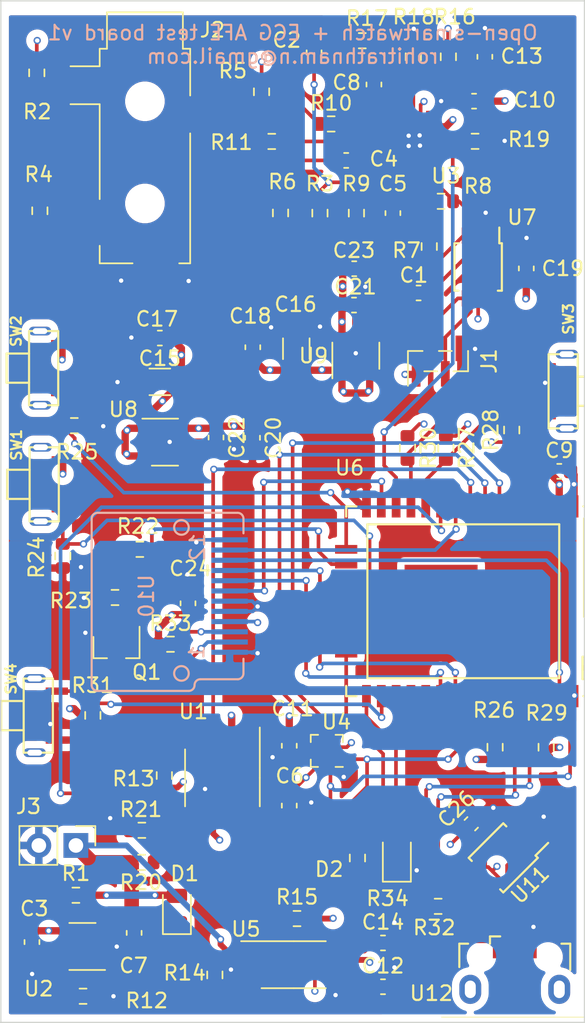
<source format=kicad_pcb>
(kicad_pcb (version 20171130) (host pcbnew 5.1.10-88a1d61d58~88~ubuntu20.04.1)
  (layers (0 F.Cu signal hide) (1 GND power hide) (2 PWR power hide) (31 B.Cu signal) (34 B.Paste user hide) (35 F.Paste user hide) (36 B.SilkS user) (37 F.SilkS user hide) (38 B.Mask user hide) (39 F.Mask user hide) (44 Edge.Cuts user))
  (net 0 "")
  (net 1 /VBUS)
  (net 2 GND)
  (net 3 +3V3)
  (net 4 /VBAT)
  (net 5 /VCC)
  (net 6 "Net-(D1-Pad2)")
  (net 7 "Net-(D1-Pad1)")
  (net 8 /LEDK)
  (net 9 "Net-(Q1-Pad1)")
  (net 10 /RTC_INT)
  (net 11 /STAT_PWR)
  (net 12 /B_MON)
  (net 13 /PIN_LED)
  (net 14 /BTN2)
  (net 15 /BTN3)
  (net 16 /EN)
  (net 17 /FLASH)
  (net 18 /TX)
  (net 19 "Net-(R14-Pad1)")
  (net 20 /SDA)
  (net 21 /SCL)
  (net 22 /IO34)
  (net 23 /IO35)
  (net 24 /TFT_CS)
  (net 25 /SCK)
  (net 26 /MOSI)
  (net 27 /RX)
  (net 28 /TFT_RST)
  (net 29 /TFT_DC)
  (net 30 /D_P)
  (net 31 /D_N)
  (net 32 /ECG_OUT)
  (net 33 "Net-(C1-Pad1)")
  (net 34 "Net-(C2-Pad2)")
  (net 35 "Net-(C2-Pad1)")
  (net 36 "Net-(C4-Pad2)")
  (net 37 "Net-(C4-Pad1)")
  (net 38 /REF_OUT)
  (net 39 "Net-(C5-Pad1)")
  (net 40 "Net-(C8-Pad2)")
  (net 41 "Net-(C8-Pad1)")
  (net 42 +3.3VA)
  (net 43 "Net-(C13-Pad1)")
  (net 44 /ADC_1)
  (net 45 /ADC_2)
  (net 46 /RL)
  (net 47 /LA)
  (net 48 /RA)
  (net 49 "Net-(R7-Pad2)")
  (net 50 "Net-(R10-Pad2)")
  (net 51 "Net-(R11-Pad2)")
  (net 52 "Net-(R12-Pad1)")
  (net 53 /ECG_SDN)
  (net 54 /SDA_2)
  (net 55 /SCL_2)
  (net 56 "Net-(R32-Pad1)")
  (net 57 "Net-(R33-Pad2)")
  (net 58 /LO)
  (net 59 "Net-(D2-Pad2)")
  (net 60 "Net-(R34-Pad1)")
  (module open-Smartwatch:TSSOP-8_4.4x3mm_P0.65mm (layer F.Cu) (at 135.07 103.04)
    (fp_text reference U5 (at -3.27 -2.44) (layer F.SilkS))
    (fp_text value TPS2115A)
    (pad 1 smd roundrect (at -2.8625 -0.975) (size 1.475 0.4) (layers F.Cu F.Paste F.Mask) (net 11 /STAT_PWR))
    (pad 2 smd roundrect (at -2.8625 -0.325) (size 1.475 0.4) (layers F.Cu F.Paste F.Mask) (net 4 /VBAT))
    (pad 3 smd roundrect (at -2.8625 0.325) (size 1.475 0.4) (layers F.Cu F.Paste F.Mask) (net 2 GND))
    (pad 4 smd roundrect (at -2.8625 0.975) (size 1.475 0.4) (layers F.Cu F.Paste F.Mask) (net 19 "Net-(R14-Pad1)"))
    (pad 5 smd roundrect (at 2.8625 0.975) (size 1.475 0.4) (layers F.Cu F.Paste F.Mask) (net 2 GND))
    (pad 6 smd roundrect (at 2.8625 0.325) (size 1.475 0.4) (layers F.Cu F.Paste F.Mask) (net 1 /VBUS))
    (pad 7 smd roundrect (at 2.8625 -0.325) (size 1.475 0.4) (layers F.Cu F.Paste F.Mask) (net 5 /VCC))
    (pad 8 smd roundrect (at 2.8625 -0.975) (size 1.475 0.4) (layers F.Cu F.Paste F.Mask) (net 4 /VBAT))
  )
  (module Resistor_SMD:R_0603_1608Metric (layer F.Cu) (at 139.44 95.73 270)
    (fp_text reference R34 (at 2.77 -2.06 180) (layer F.SilkS))
    (fp_text value 470R)
    (pad 2 smd roundrect (at 0.825 0 270) (size 0.8 0.95) (layers F.Cu F.Paste F.Mask) (net 59 "Net-(D2-Pad2)"))
    (pad 1 smd roundrect (at -0.825 0 270) (size 0.8 0.95) (layers F.Cu F.Paste F.Mask) (net 60 "Net-(R34-Pad1)"))
  )
  (module LED_SMD:LED_0805_2012Metric (layer F.Cu) (at 142.14 95.6675 90)
    (fp_text reference D2 (at -0.8325 -4.64 180) (layer F.SilkS))
    (fp_text value LED_Green)
    (pad 2 smd roundrect (at 0.9375 0 90) (size 0.975 1.4) (layers F.Cu F.Paste F.Mask) (net 59 "Net-(D2-Pad2)"))
    (pad 1 smd roundrect (at -0.9375 0 90) (size 0.975 1.4) (layers F.Cu F.Paste F.Mask) (net 2 GND))
  )
  (module Resistor_SMD:R_0603_1608Metric (layer F.Cu) (at 144.97 99.04 180)
    (fp_text reference R32 (at 0.27 -1.46) (layer F.SilkS))
    (fp_text value 470R)
    (pad 2 smd roundrect (at 0.825 0 180) (size 0.8 0.95) (layers F.Cu F.Paste F.Mask) (net 18 /TX))
    (pad 1 smd roundrect (at -0.825 0 180) (size 0.8 0.95) (layers F.Cu F.Paste F.Mask) (net 56 "Net-(R32-Pad1)"))
  )
  (module open-Smartwatch:MSOP-10_3x3mm_P0.5mm (layer F.Cu) (at 149.430304 95.719899 225)
    (fp_text reference U11 (at 0 -2.6 45) (layer F.SilkS))
    (fp_text value CH340E)
    (pad 1 smd rect (at -2.2 -1 225) (size 1.4 0.3) (layers F.Cu F.Paste F.Mask) (net 30 /D_P))
    (pad 2 smd rect (at -2.2 -0.5 225) (size 1.4 0.3) (layers F.Cu F.Paste F.Mask) (net 31 /D_N))
    (pad 3 smd rect (at -2.2 0 225) (size 1.4 0.3) (layers F.Cu F.Paste F.Mask) (net 2 GND))
    (pad 4 smd rect (at -2.2 0.5 225) (size 1.4 0.3) (layers F.Cu F.Paste F.Mask))
    (pad 5 smd rect (at -2.2 1 225) (size 1.4 0.3) (layers F.Cu F.Paste F.Mask))
    (pad 6 smd rect (at 2.2 1 225) (size 1.4 0.3) (layers F.Cu F.Paste F.Mask))
    (pad 7 smd rect (at 2.2 0.5 225) (size 1.4 0.3) (layers F.Cu F.Paste F.Mask) (net 3 +3V3))
    (pad 8 smd rect (at 2.2 0 225) (size 1.4 0.3) (layers F.Cu F.Paste F.Mask) (net 27 /RX))
    (pad 9 smd rect (at 2.2 -0.5 225) (size 1.4 0.3) (layers F.Cu F.Paste F.Mask) (net 56 "Net-(R32-Pad1)"))
    (pad 10 smd rect (at 2.2 -1 225) (size 1.4 0.3) (layers F.Cu F.Paste F.Mask) (net 3 +3V3))
  )
  (module open-Smartwatch:USBmicro-B (layer F.Cu) (at 150.22 104.6)
    (fp_text reference U12 (at -5.72 0.4) (layer F.SilkS))
    (fp_text value USB-OTG)
    (pad "" np_thru_hole oval (at 2.286 -2.0955) (size 1 1) (drill oval 1) (layers *.Cu *.Mask))
    (pad "" np_thru_hole oval (at -2.286 -2.0955) (size 1 1) (drill oval 1) (layers *.Cu *.Mask))
    (pad 1 smd rect (at 1.3 -2.675) (size 0.4 1.35) (layers F.Cu F.Paste F.Mask) (net 2 GND))
    (pad 2 smd rect (at 0.65 -2.675) (size 0.4 1.35) (layers F.Cu F.Paste F.Mask))
    (pad 3 smd rect (at 0 -2.675) (size 0.4 1.35) (layers F.Cu F.Paste F.Mask) (net 30 /D_P))
    (pad 4 smd rect (at -0.65 -2.675) (size 0.4 1.35) (layers F.Cu F.Paste F.Mask) (net 31 /D_N))
    (pad 5 smd rect (at -1.3 -2.675) (size 0.4 1.35) (layers F.Cu F.Paste F.Mask) (net 1 /VBUS))
    (pad "" thru_hole oval (at 3.048 0.127) (size 1.5 2) (drill oval 0.75 1.2) (layers *.Cu *.Mask F.Paste))
    (pad 6 smd rect (at 0 0) (size 2 2) (layers F.Cu F.Paste F.Mask))
    (pad "" thru_hole oval (at -3.048 0.127) (size 1.5 2) (drill oval 0.75 1.2) (layers *.Cu *.Mask F.Paste))
  )
  (module Resistor_SMD:R_0603_1608Metric (layer F.Cu) (at 126.630765 81.083197)
    (fp_text reference R33 (at 0 -1.43) (layer F.SilkS))
    (fp_text value 22)
    (pad 2 smd roundrect (at 0.825 0) (size 0.8 0.95) (layers F.Cu F.Paste F.Mask) (net 57 "Net-(R33-Pad2)"))
    (pad 1 smd roundrect (at -0.825 0) (size 0.8 0.95) (layers F.Cu F.Paste F.Mask) (net 3 +3V3))
  )
  (module Resistor_SMD:R_0603_1608Metric (layer F.Cu) (at 120.04 66.11)
    (fp_text reference R25 (at 0.2 1.8) (layer F.SilkS))
    (fp_text value 10k)
    (pad 2 smd roundrect (at 0.825 0) (size 0.8 0.95) (layers F.Cu F.Paste F.Mask) (net 2 GND))
    (pad 1 smd roundrect (at -0.825 0) (size 0.8 0.95) (layers F.Cu F.Paste F.Mask) (net 15 /BTN3))
  )
  (module Resistor_SMD:R_0603_1608Metric (layer F.Cu) (at 132.87 43.24 270)
    (fp_text reference R5 (at -1.44 1.97 180) (layer F.SilkS))
    (fp_text value 10M)
    (pad 2 smd roundrect (at 0.825 0 270) (size 0.8 0.95) (layers F.Cu F.Paste F.Mask) (net 47 /LA))
    (pad 1 smd roundrect (at -0.825 0 270) (size 0.8 0.95) (layers F.Cu F.Paste F.Mask) (net 42 +3.3VA))
  )
  (module open-Smartwatch:Jack_3.5mm_CUI_SJ-3524-SMT_Horizontal_mod (layer F.Cu) (at 124.88 46.39)
    (fp_text reference J2 (at 4.62 -7.39) (layer F.SilkS))
    (fp_text value AudioJack3_Ground)
    (pad "" np_thru_hole circle (at 0 4.5) (size 1.7 1.7) (drill 1.7) (layers *.Cu *.Mask))
    (pad "" np_thru_hole circle (at 0 -2.5) (size 1.7 1.7) (drill 1.7) (layers *.Cu *.Mask))
    (pad T smd rect (at -3.7 5.8) (size 2.8 2.8) (layers F.Cu F.Paste F.Mask) (net 46 /RL))
    (pad G smd rect (at 0.75 9.8) (size 2.8 2.6) (layers F.Cu F.Paste F.Mask) (net 2 GND))
    (pad S smd rect (at -3.7 -3.6) (size 2.8 2.2) (layers F.Cu F.Paste F.Mask) (net 48 /RA))
    (pad R smd rect (at 3.7 -1.6) (size 2.8 2.2) (layers F.Cu F.Paste F.Mask) (net 47 /LA))
  )
  (module Resistor_SMD:R_0603_1608Metric (layer F.Cu) (at 139.77 39.74)
    (fp_text reference R17 (at 0.33 -1.54) (layer F.SilkS))
    (fp_text value 10M)
    (pad 2 smd roundrect (at 0.825 0) (size 0.8 0.95) (layers F.Cu F.Paste F.Mask) (net 34 "Net-(C2-Pad2)"))
    (pad 1 smd roundrect (at -0.825 0) (size 0.8 0.95) (layers F.Cu F.Paste F.Mask) (net 41 "Net-(C8-Pad1)"))
  )
  (module Resistor_SMD:R_0603_1608Metric (layer F.Cu) (at 143.27 40.84 90)
    (fp_text reference R18 (at 2.74 0.03 180) (layer F.SilkS))
    (fp_text value 10M)
    (pad 2 smd roundrect (at 0.825 0 90) (size 0.8 0.95) (layers F.Cu F.Paste F.Mask) (net 2 GND))
    (pad 1 smd roundrect (at -0.825 0 90) (size 0.8 0.95) (layers F.Cu F.Paste F.Mask) (net 43 "Net-(C13-Pad1)"))
  )
  (module Resistor_SMD:R_0603_1608Metric (layer F.Cu) (at 117.68 51.39 270)
    (fp_text reference R4 (at -2.49 0.08 180) (layer F.SilkS))
    (fp_text value 360k)
    (pad 2 smd roundrect (at 0.825 0 270) (size 0.8 0.95) (layers F.Cu F.Paste F.Mask) (net 46 /RL))
    (pad 1 smd roundrect (at -0.825 0 270) (size 0.8 0.95) (layers F.Cu F.Paste F.Mask) (net 36 "Net-(C4-Pad2)"))
  )
  (module Resistor_SMD:R_0603_1608Metric (layer F.Cu) (at 124.530765 74.583197)
    (fp_text reference R22 (at -0.130765 -1.583197) (layer F.SilkS))
    (fp_text value 10k)
    (pad 2 smd roundrect (at 0.825 0) (size 0.8 0.95) (layers F.Cu F.Paste F.Mask) (net 13 /PIN_LED))
    (pad 1 smd roundrect (at -0.825 0) (size 0.8 0.95) (layers F.Cu F.Paste F.Mask) (net 9 "Net-(Q1-Pad1)"))
  )
  (module open-Smartwatch:button_side_smd (layer F.Cu) (at 153.536999 63.754999)
    (fp_text reference SW3 (at 0.363001 -4.954999 270) (layer F.SilkS) (effects (font (size 0.7 0.7))))
    (fp_text value SW_Push)
    (pad 1 smd rect (at -1.27 -1.675) (size 1.524 0.5) (layers F.Cu F.Paste F.Mask) (net 2 GND))
    (pad 2 smd rect (at -1.27 1.675) (size 1.524 0.5) (layers F.Cu F.Paste F.Mask) (net 16 /EN))
    (pad "" thru_hole oval (at 0.25 -2.54) (size 1.524 0.6) (drill oval 1 0.4) (layers *.Cu *.Mask))
    (pad "" thru_hole oval (at 0.25 2.54) (size 1.524 0.6) (drill oval 1 0.4) (layers *.Cu *.Mask))
  )
  (module Package_SO:SOIC-8_3.9x4.9mm_P1.27mm (layer F.Cu) (at 130.19 90.24 270)
    (fp_text reference U1 (at -4.54 1.99 180) (layer F.SilkS))
    (fp_text value DS3231MZ)
    (pad 8 smd roundrect (at 2.475 -1.905 270) (size 1.95 0.6) (layers F.Cu F.Paste F.Mask) (net 21 /SCL))
    (pad 7 smd roundrect (at 2.475 -0.635 270) (size 1.95 0.6) (layers F.Cu F.Paste F.Mask) (net 20 /SDA))
    (pad 6 smd roundrect (at 2.475 0.635 270) (size 1.95 0.6) (layers F.Cu F.Paste F.Mask) (net 3 +3V3))
    (pad 5 smd roundrect (at 2.475 1.905 270) (size 1.95 0.6) (layers F.Cu F.Paste F.Mask) (net 2 GND))
    (pad 4 smd roundrect (at -2.475 1.905 270) (size 1.95 0.6) (layers F.Cu F.Paste F.Mask))
    (pad 3 smd roundrect (at -2.475 0.635 270) (size 1.95 0.6) (layers F.Cu F.Paste F.Mask) (net 10 /RTC_INT))
    (pad 2 smd roundrect (at -2.475 -0.635 270) (size 1.95 0.6) (layers F.Cu F.Paste F.Mask) (net 3 +3V3))
    (pad 1 smd roundrect (at -2.475 -1.905 270) (size 1.95 0.6) (layers F.Cu F.Paste F.Mask))
  )
  (module Resistor_SMD:R_0603_1608Metric (layer F.Cu) (at 126.21 90.08 270)
    (fp_text reference R13 (at 0.22 2.11 180) (layer F.SilkS))
    (fp_text value 2.2K)
    (pad 2 smd roundrect (at 0.825 0 270) (size 0.8 0.95) (layers F.Cu F.Paste F.Mask) (net 3 +3V3))
    (pad 1 smd roundrect (at -0.825 0 270) (size 0.8 0.95) (layers F.Cu F.Paste F.Mask) (net 10 /RTC_INT))
  )
  (module Resistor_SMD:R_0603_1608Metric (layer F.Cu) (at 142.87 67.64 270)
    (fp_text reference R30 (at 0 -1.43 90) (layer F.SilkS))
    (fp_text value 1k)
    (pad 2 smd roundrect (at 0.825 0 270) (size 0.8 0.95) (layers F.Cu F.Paste F.Mask) (net 55 /SCL_2))
    (pad 1 smd roundrect (at -0.825 0 270) (size 0.8 0.95) (layers F.Cu F.Paste F.Mask) (net 3 +3V3))
  )
  (module Connector_PinHeader_1.00mm:PinHeader_1x04_P1.00mm_Vertical_SMD_Pin1Left (layer F.Cu) (at 144.96 61.69 90)
    (fp_text reference J1 (at 0 3.5 90) (layer F.SilkS))
    (fp_text value Conn_01x04_Male)
    (pad 4 smd rect (at 0.875 1.5 90) (size 1.75 0.6) (layers F.Cu F.Paste F.Mask) (net 2 GND))
    (pad 2 smd rect (at 0.875 -0.5 90) (size 1.75 0.6) (layers F.Cu F.Paste F.Mask) (net 44 /ADC_1))
    (pad 3 smd rect (at -0.875 0.5 90) (size 1.75 0.6) (layers F.Cu F.Paste F.Mask) (net 45 /ADC_2))
    (pad 1 smd rect (at -0.875 -1.5 90) (size 1.75 0.6) (layers F.Cu F.Paste F.Mask) (net 42 +3.3VA))
  )
  (module Resistor_SMD:R_0603_1608Metric (layer F.Cu) (at 147.5 46.63)
    (fp_text reference R19 (at 3.7 -0.13) (layer F.SilkS))
    (fp_text value 1K)
    (pad 2 smd roundrect (at 0.825 0) (size 0.8 0.95) (layers F.Cu F.Paste F.Mask) (net 2 GND))
    (pad 1 smd roundrect (at -0.825 0) (size 0.8 0.95) (layers F.Cu F.Paste F.Mask) (net 53 /ECG_SDN))
  )
  (module Resistor_SMD:R_0603_1608Metric (layer F.Cu) (at 124.65 96.03)
    (fp_text reference R20 (at -0.05 1.37) (layer F.SilkS))
    (fp_text value 200k)
    (pad 2 smd roundrect (at 0.825 0) (size 0.8 0.95) (layers F.Cu F.Paste F.Mask) (net 12 /B_MON))
    (pad 1 smd roundrect (at -0.825 0) (size 0.8 0.95) (layers F.Cu F.Paste F.Mask) (net 4 /VBAT))
  )
  (module Resistor_SMD:R_0603_1608Metric (layer F.Cu) (at 148.87 88.14 90)
    (fp_text reference R26 (at 2.54 -0.07 180) (layer F.SilkS))
    (fp_text value 1k)
    (pad 2 smd roundrect (at 0.825 0 90) (size 0.8 0.95) (layers F.Cu F.Paste F.Mask) (net 20 /SDA))
    (pad 1 smd roundrect (at -0.825 0 90) (size 0.8 0.95) (layers F.Cu F.Paste F.Mask) (net 3 +3V3))
  )
  (module Resistor_SMD:R_0603_1608Metric (layer F.Cu) (at 137.64 45.44)
    (fp_text reference R10 (at 0 -1.43) (layer F.SilkS))
    (fp_text value 180k)
    (pad 2 smd roundrect (at 0.825 0) (size 0.8 0.95) (layers F.Cu F.Paste F.Mask) (net 50 "Net-(R10-Pad2)"))
    (pad 1 smd roundrect (at -0.825 0) (size 0.8 0.95) (layers F.Cu F.Paste F.Mask) (net 47 /LA))
  )
  (module Resistor_SMD:R_0603_1608Metric (layer F.Cu) (at 139.37 51.55 270)
    (fp_text reference R9 (at -2.01 0 180) (layer F.SilkS))
    (fp_text value 1M)
    (pad 2 smd roundrect (at 0.825 0 270) (size 0.8 0.95) (layers F.Cu F.Paste F.Mask) (net 33 "Net-(C1-Pad1)"))
    (pad 1 smd roundrect (at -0.825 0 270) (size 0.8 0.95) (layers F.Cu F.Paste F.Mask) (net 39 "Net-(C5-Pad1)"))
  )
  (module Package_TO_SOT_SMD:SOT-23 (layer F.Cu) (at 122.930765 81.283196 270)
    (fp_text reference Q1 (at 1.716804 -2.069235 180) (layer F.SilkS))
    (fp_text value 2N7002)
    (pad 3 smd rect (at 1 0 270) (size 0.9 0.8) (layers F.Cu F.Paste F.Mask) (net 8 /LEDK))
    (pad 2 smd rect (at -1 0.95 270) (size 0.9 0.8) (layers F.Cu F.Paste F.Mask) (net 2 GND))
    (pad 1 smd rect (at -1 -0.95 270) (size 0.9 0.8) (layers F.Cu F.Paste F.Mask) (net 9 "Net-(Q1-Pad1)"))
  )
  (module open-Smartwatch:SOT-23-5 (layer F.Cu) (at 120.6 101.79 180)
    (fp_text reference U2 (at 3 -2.9) (layer F.SilkS))
    (fp_text value MCP73831T-2ACI_OT)
    (pad 1 smd rect (at -1.1 -0.95 180) (size 1.06 0.65) (layers F.Cu F.Paste F.Mask) (net 7 "Net-(D1-Pad1)"))
    (pad 2 smd rect (at -1.1 0 180) (size 1.06 0.65) (layers F.Cu F.Paste F.Mask) (net 2 GND))
    (pad 3 smd rect (at -1.1 0.95 180) (size 1.06 0.65) (layers F.Cu F.Paste F.Mask) (net 4 /VBAT))
    (pad 4 smd rect (at 1.1 0.95 180) (size 1.06 0.65) (layers F.Cu F.Paste F.Mask) (net 1 /VBUS))
    (pad 5 smd rect (at 1.1 -0.95 180) (size 1.06 0.65) (layers F.Cu F.Paste F.Mask) (net 52 "Net-(R12-Pad1)"))
  )
  (module Resistor_SMD:R_0603_1608Metric (layer F.Cu) (at 120.15 98.28 180)
    (fp_text reference R1 (at 0 1.5) (layer F.SilkS))
    (fp_text value 470R)
    (pad 2 smd roundrect (at 0.825 0 180) (size 0.8 0.95) (layers F.Cu F.Paste F.Mask) (net 1 /VBUS))
    (pad 1 smd roundrect (at -0.825 0 180) (size 0.8 0.95) (layers F.Cu F.Paste F.Mask) (net 6 "Net-(D1-Pad2)"))
  )
  (module LED_SMD:LED_0805_2012Metric (layer F.Cu) (at 127.07 99.26 90)
    (fp_text reference D1 (at 2.46 0.53 180) (layer F.SilkS))
    (fp_text value LED_Green)
    (pad 2 smd roundrect (at 0.9375 0 90) (size 0.975 1.4) (layers F.Cu F.Paste F.Mask) (net 6 "Net-(D1-Pad2)"))
    (pad 1 smd roundrect (at -0.9375 0 90) (size 0.975 1.4) (layers F.Cu F.Paste F.Mask) (net 7 "Net-(D1-Pad1)"))
  )
  (module Resistor_SMD:R_0603_1608Metric (layer F.Cu) (at 145.5 67.64 270)
    (fp_text reference R27 (at 0 -1.43 90) (layer F.SilkS))
    (fp_text value 1k)
    (pad 2 smd roundrect (at 0.825 0 270) (size 0.8 0.95) (layers F.Cu F.Paste F.Mask) (net 54 /SDA_2))
    (pad 1 smd roundrect (at -0.825 0 270) (size 0.8 0.95) (layers F.Cu F.Paste F.Mask) (net 3 +3V3))
  )
  (module open-Smartwatch:LGA-12_2x2mm_P0.5mm (layer F.Cu) (at 137.34 88.39 180)
    (fp_text reference U4 (at -0.66 1.99) (layer F.SilkS))
    (fp_text value BMA400)
    (pad 2 smd rect (at -0.7625 -0.25 180) (size 0.375 0.35) (layers F.Cu F.Paste F.Mask) (net 20 /SDA) (clearance 0.05))
    (pad 3 smd rect (at -0.7625 0.25 180) (size 0.375 0.35) (layers F.Cu F.Paste F.Mask) (net 3 +3V3) (clearance 0.05))
    (pad 9 smd rect (at 0.7625 -0.25 180) (size 0.375 0.35) (layers F.Cu F.Paste F.Mask) (net 2 GND) (clearance 0.05))
    (pad 8 smd rect (at 0.7625 0.25 180) (size 0.375 0.35) (layers F.Cu F.Paste F.Mask) (net 2 GND) (clearance 0.05))
    (pad 4 smd rect (at -0.7625 0.75 180) (size 0.375 0.35) (layers F.Cu F.Paste F.Mask) (clearance 0.05))
    (pad 7 smd rect (at 0.7625 0.75 180) (size 0.375 0.35) (layers F.Cu F.Paste F.Mask) (net 3 +3V3) (clearance 0.05))
    (pad 1 smd rect (at -0.7625 -0.75 180) (size 0.375 0.35) (layers F.Cu F.Paste F.Mask) (net 2 GND) (clearance 0.05))
    (pad 10 smd rect (at 0.7625 -0.75 180) (size 0.375 0.35) (layers F.Cu F.Paste F.Mask) (net 3 +3V3) (clearance 0.05))
    (pad 5 smd rect (at -0.25 0.7625 270) (size 0.375 0.35) (layers F.Cu F.Paste F.Mask) (net 22 /IO34) (clearance 0.05))
    (pad 6 smd rect (at 0.25 0.7625 270) (size 0.375 0.35) (layers F.Cu F.Paste F.Mask) (net 23 /IO35) (clearance 0.05))
    (pad 11 smd rect (at 0.25 -0.7625 270) (size 0.375 0.35) (layers F.Cu F.Paste F.Mask) (clearance 0.05))
    (pad 12 smd rect (at -0.25 -0.7625 270) (size 0.375 0.35) (layers F.Cu F.Paste F.Mask) (net 21 /SCL) (clearance 0.05))
  )
  (module Resistor_SMD:R_0603_1608Metric (layer F.Cu) (at 129.67 103.74 90)
    (fp_text reference R14 (at 0.14 -2.07 180) (layer F.SilkS))
    (fp_text value 510R)
    (pad 2 smd roundrect (at 0.825 0 90) (size 0.8 0.95) (layers F.Cu F.Paste F.Mask) (net 2 GND))
    (pad 1 smd roundrect (at -0.825 0 90) (size 0.8 0.95) (layers F.Cu F.Paste F.Mask) (net 19 "Net-(R14-Pad1)"))
  )
  (module open-Smartwatch:button_side_smd (layer F.Cu) (at 117.94 62.17 180)
    (fp_text reference SW2 (at 1.883001 2.535001 270) (layer F.SilkS) (effects (font (size 0.7 0.7))))
    (fp_text value SW_Push)
    (pad 1 smd rect (at -1.27 -1.675 180) (size 1.524 0.5) (layers F.Cu F.Paste F.Mask) (net 15 /BTN3))
    (pad 2 smd rect (at -1.27 1.675 180) (size 1.524 0.5) (layers F.Cu F.Paste F.Mask) (net 3 +3V3))
    (pad "" thru_hole oval (at 0.25 -2.54 180) (size 1.524 0.6) (drill oval 1 0.4) (layers *.Cu *.Mask))
    (pad "" thru_hole oval (at 0.25 2.54 180) (size 1.524 0.6) (drill oval 1 0.4) (layers *.Cu *.Mask))
  )
  (module Capacitor_SMD:C_0603_1608Metric (layer F.Cu) (at 132.251573 66.939899 270)
    (fp_text reference C20 (at 0 -1.43 90) (layer F.SilkS))
    (fp_text value 4.7u)
    (pad 2 smd roundrect (at 0.775 0 270) (size 0.9 0.95) (layers F.Cu F.Paste F.Mask) (net 2 GND))
    (pad 1 smd roundrect (at -0.775 0 270) (size 0.9 0.95) (layers F.Cu F.Paste F.Mask) (net 3 +3V3))
  )
  (module Resistor_SMD:R_0603_1608Metric (layer F.Cu) (at 119.25 75.04 270)
    (fp_text reference R24 (at 0.1 1.8 90) (layer F.SilkS))
    (fp_text value 10k)
    (pad 2 smd roundrect (at 0.825 0 270) (size 0.8 0.95) (layers F.Cu F.Paste F.Mask) (net 2 GND))
    (pad 1 smd roundrect (at -0.825 0 270) (size 0.8 0.95) (layers F.Cu F.Paste F.Mask) (net 14 /BTN2))
  )
  (module Resistor_SMD:R_0603_1608Metric (layer F.Cu) (at 133.57 46.64)
    (fp_text reference R11 (at -2.77 0.06) (layer F.SilkS))
    (fp_text value 180k)
    (pad 2 smd roundrect (at 0.825 0) (size 0.8 0.95) (layers F.Cu F.Paste F.Mask) (net 51 "Net-(R11-Pad2)"))
    (pad 1 smd roundrect (at -0.825 0) (size 0.8 0.95) (layers F.Cu F.Paste F.Mask) (net 48 /RA))
  )
  (module Resistor_SMD:R_0603_1608Metric (layer F.Cu) (at 135.3 99.88 180)
    (fp_text reference R15 (at 0 1.48) (layer F.SilkS))
    (fp_text value 220k)
    (pad 2 smd roundrect (at 0.825 0 180) (size 0.8 0.95) (layers F.Cu F.Paste F.Mask) (net 11 /STAT_PWR))
    (pad 1 smd roundrect (at -0.825 0 180) (size 0.8 0.95) (layers F.Cu F.Paste F.Mask) (net 5 /VCC))
  )
  (module Resistor_SMD:R_0603_1608Metric (layer F.Cu) (at 124.67 93.83 180)
    (fp_text reference R21 (at 0.07 1.43) (layer F.SilkS))
    (fp_text value 10k)
    (pad 2 smd roundrect (at 0.825 0 180) (size 0.8 0.95) (layers F.Cu F.Paste F.Mask) (net 2 GND))
    (pad 1 smd roundrect (at -0.825 0 180) (size 0.8 0.95) (layers F.Cu F.Paste F.Mask) (net 12 /B_MON))
  )
  (module Resistor_SMD:R_0603_1608Metric (layer F.Cu) (at 145.17 50.74)
    (fp_text reference R8 (at 2.53 -1.04) (layer F.SilkS))
    (fp_text value 1M)
    (pad 2 smd roundrect (at 0.825 0) (size 0.8 0.95) (layers F.Cu F.Paste F.Mask) (net 32 /ECG_OUT))
    (pad 1 smd roundrect (at -0.825 0) (size 0.8 0.95) (layers F.Cu F.Paste F.Mask) (net 49 "Net-(R7-Pad2)"))
  )
  (module Resistor_SMD:R_0603_1608Metric (layer F.Cu) (at 122.830764 77.883195)
    (fp_text reference R23 (at -3.030764 0.216805) (layer F.SilkS))
    (fp_text value 1M)
    (pad 2 smd roundrect (at 0.825 0) (size 0.8 0.95) (layers F.Cu F.Paste F.Mask) (net 9 "Net-(Q1-Pad1)"))
    (pad 1 smd roundrect (at -0.825 0) (size 0.8 0.95) (layers F.Cu F.Paste F.Mask) (net 2 GND))
  )
  (module Resistor_SMD:R_0603_1608Metric (layer F.Cu) (at 134.17 51.54 270)
    (fp_text reference R6 (at -2.14 -0.13 180) (layer F.SilkS))
    (fp_text value 100k)
    (pad 2 smd roundrect (at 0.825 0 270) (size 0.8 0.95) (layers F.Cu F.Paste F.Mask) (net 38 /REF_OUT))
    (pad 1 smd roundrect (at -0.825 0 270) (size 0.8 0.95) (layers F.Cu F.Paste F.Mask) (net 35 "Net-(C2-Pad1)"))
  )
  (module Resistor_SMD:R_0603_1608Metric (layer F.Cu) (at 152.37 88.14 90)
    (fp_text reference R29 (at 2.34 0.03 180) (layer F.SilkS))
    (fp_text value 1k)
    (pad 2 smd roundrect (at 0.825 0 90) (size 0.8 0.95) (layers F.Cu F.Paste F.Mask) (net 21 /SCL))
    (pad 1 smd roundrect (at -0.825 0 90) (size 0.8 0.95) (layers F.Cu F.Paste F.Mask) (net 3 +3V3))
  )
  (module Resistor_SMD:R_0603_1608Metric (layer F.Cu) (at 121.31 85.96 90)
    (fp_text reference R31 (at 2.06 -0.01 180) (layer F.SilkS))
    (fp_text value 10k)
    (pad 2 smd roundrect (at 0.825 0 90) (size 0.8 0.95) (layers F.Cu F.Paste F.Mask) (net 17 /FLASH))
    (pad 1 smd roundrect (at -0.825 0 90) (size 0.8 0.95) (layers F.Cu F.Paste F.Mask) (net 3 +3V3))
  )
  (module Capacitor_SMD:C_0603_1608Metric (layer F.Cu) (at 147.238273 93.386446 45)
    (fp_text reference C26 (at 0 -1.43 45) (layer F.SilkS))
    (fp_text value 0.1u)
    (pad 2 smd roundrect (at 0.775 0 45) (size 0.9 0.95) (layers F.Cu F.Paste F.Mask) (net 2 GND))
    (pad 1 smd roundrect (at -0.775 0 45) (size 0.9 0.95) (layers F.Cu F.Paste F.Mask) (net 3 +3V3))
  )
  (module Capacitor_SMD:C_0603_1608Metric (layer F.Cu) (at 127.830764 78.283197 90)
    (fp_text reference C24 (at 2.383197 0.169236 180) (layer F.SilkS))
    (fp_text value 0.1u)
    (pad 2 smd roundrect (at 0.775 0 90) (size 0.9 0.95) (layers F.Cu F.Paste F.Mask) (net 2 GND))
    (pad 1 smd roundrect (at -0.775 0 90) (size 0.9 0.95) (layers F.Cu F.Paste F.Mask) (net 3 +3V3))
  )
  (module Resistor_SMD:R_0603_1608Metric (layer F.Cu) (at 117.47 41.94 270)
    (fp_text reference R2 (at 2.66 -0.03 180) (layer F.SilkS))
    (fp_text value 10M)
    (pad 2 smd roundrect (at 0.825 0 270) (size 0.8 0.95) (layers F.Cu F.Paste F.Mask) (net 48 /RA))
    (pad 1 smd roundrect (at -0.825 0 270) (size 0.8 0.95) (layers F.Cu F.Paste F.Mask) (net 42 +3.3VA))
  )
  (module Connector_PinHeader_2.54mm:PinHeader_1x02_P2.54mm_Vertical (layer F.Cu) (at 120.15 94.87 270)
    (fp_text reference J3 (at -2.67 3.25 180) (layer F.SilkS))
    (fp_text value Conn_01x02)
    (pad 2 thru_hole oval (at 0 2.54 270) (size 1.7 1.7) (drill 1) (layers *.Cu *.Mask) (net 2 GND))
    (pad 1 thru_hole rect (at 0 0 270) (size 1.7 1.7) (drill 1) (layers *.Cu *.Mask) (net 4 /VBAT))
  )
  (module Resistor_SMD:R_0603_1608Metric (layer F.Cu) (at 150.01 66.41 90)
    (fp_text reference R28 (at 0 -1.43 90) (layer F.SilkS))
    (fp_text value 10k)
    (pad 2 smd roundrect (at 0.825 0 90) (size 0.8 0.95) (layers F.Cu F.Paste F.Mask) (net 16 /EN))
    (pad 1 smd roundrect (at -0.825 0 90) (size 0.8 0.95) (layers F.Cu F.Paste F.Mask) (net 3 +3V3))
  )
  (module Resistor_SMD:R_0603_1608Metric (layer F.Cu) (at 145.67 40.84 90)
    (fp_text reference R16 (at 2.74 0.43 180) (layer F.SilkS))
    (fp_text value 10M)
    (pad 2 smd roundrect (at 0.825 0 90) (size 0.8 0.95) (layers F.Cu F.Paste F.Mask) (net 42 +3.3VA))
    (pad 1 smd roundrect (at -0.825 0 90) (size 0.8 0.95) (layers F.Cu F.Paste F.Mask) (net 43 "Net-(C13-Pad1)"))
  )
  (module Resistor_SMD:R_0603_1608Metric (layer F.Cu) (at 136.87 51.55 270)
    (fp_text reference R3 (at -2.01 0 180) (layer F.SilkS))
    (fp_text value 1M)
    (pad 2 smd roundrect (at 0.825 0 270) (size 0.8 0.95) (layers F.Cu F.Paste F.Mask) (net 33 "Net-(C1-Pad1)"))
    (pad 1 smd roundrect (at -0.825 0 270) (size 0.8 0.95) (layers F.Cu F.Paste F.Mask) (net 35 "Net-(C2-Pad1)"))
  )
  (module Resistor_SMD:R_0603_1608Metric (layer F.Cu) (at 120.64 105.2)
    (fp_text reference R12 (at 4.36 0.3) (layer F.SilkS))
    (fp_text value 5k)
    (pad 2 smd roundrect (at 0.825 0) (size 0.8 0.95) (layers F.Cu F.Paste F.Mask) (net 2 GND))
    (pad 1 smd roundrect (at -0.825 0) (size 0.8 0.95) (layers F.Cu F.Paste F.Mask) (net 52 "Net-(R12-Pad1)"))
  )
  (module open-Smartwatch:button_side_smd (layer F.Cu) (at 117.573001 85.975001 180)
    (fp_text reference SW4 (at 1.863001 2.515001 270) (layer F.SilkS) (effects (font (size 0.7 0.7))))
    (fp_text value SW_Push)
    (pad 1 smd rect (at -1.27 -1.675 180) (size 1.524 0.5) (layers F.Cu F.Paste F.Mask) (net 2 GND))
    (pad 2 smd rect (at -1.27 1.675 180) (size 1.524 0.5) (layers F.Cu F.Paste F.Mask) (net 17 /FLASH))
    (pad "" thru_hole oval (at 0.25 -2.54 180) (size 1.524 0.6) (drill oval 1 0.4) (layers *.Cu *.Mask))
    (pad "" thru_hole oval (at 0.25 2.54 180) (size 1.524 0.6) (drill oval 1 0.4) (layers *.Cu *.Mask))
  )
  (module Resistor_SMD:R_0603_1608Metric (layer F.Cu) (at 144.36 53.84 90)
    (fp_text reference R7 (at -0.26 -1.56) (layer F.SilkS))
    (fp_text value 100k)
    (pad 2 smd roundrect (at 0.825 0 90) (size 0.8 0.95) (layers F.Cu F.Paste F.Mask) (net 49 "Net-(R7-Pad2)"))
    (pad 1 smd roundrect (at -0.825 0 90) (size 0.8 0.95) (layers F.Cu F.Paste F.Mask) (net 38 /REF_OUT))
  )
  (module open-Smartwatch:ttgo-32-micro (layer F.Cu) (at 147.17 78.14 270)
    (fp_text reference U6 (at -9.14 8.27 180) (layer F.SilkS))
    (fp_text value ttgo-32-micro)
    (pad 23 smd rect (at 3.556 8.5) (size 1.524 0.6) (layers F.Cu F.Paste F.Mask) (net 11 /STAT_PWR))
    (pad 22 smd rect (at 2.54 8.5) (size 1.524 0.6) (layers F.Cu F.Paste F.Mask))
    (pad 21 smd rect (at 1.524 8.5) (size 1.524 0.6) (layers F.Cu F.Paste F.Mask))
    (pad 20 smd rect (at 0.508 8.5) (size 1.524 0.6) (layers F.Cu F.Paste F.Mask))
    (pad 19 smd rect (at -0.508 8.5) (size 1.524 0.6) (layers F.Cu F.Paste F.Mask))
    (pad 18 smd rect (at -1.524 8.5) (size 1.524 0.6) (layers F.Cu F.Paste F.Mask) (net 14 /BTN2))
    (pad 17 smd rect (at -2.54 8.5) (size 1.524 0.6) (layers F.Cu F.Paste F.Mask) (net 13 /PIN_LED))
    (pad 16 smd rect (at -3.556 8.5) (size 1.524 0.6) (layers F.Cu F.Paste F.Mask) (net 15 /BTN3))
    (pad 32 smd rect (at 6.5 -1.016 270) (size 1.524 0.6) (layers F.Cu F.Paste F.Mask))
    (pad 38 smd rect (at 6.5 -7.112 270) (size 1.524 0.6) (layers F.Cu F.Paste F.Mask) (net 2 GND))
    (pad 29 smd rect (at 6.5 2.032 270) (size 1.524 0.6) (layers F.Cu F.Paste F.Mask) (net 24 /TFT_CS))
    (pad 30 smd rect (at 6.5 1.016 270) (size 1.524 0.6) (layers F.Cu F.Paste F.Mask) (net 25 /SCK))
    (pad 37 smd rect (at 6.5 -6.096 270) (size 1.524 0.6) (layers F.Cu F.Paste F.Mask) (net 26 /MOSI))
    (pad 36 smd rect (at 6.5 -5.08 270) (size 1.524 0.6) (layers F.Cu F.Paste F.Mask) (net 21 /SCL))
    (pad 35 smd rect (at 6.5 -4.064 270) (size 1.524 0.6) (layers F.Cu F.Paste F.Mask) (net 18 /TX))
    (pad 34 smd rect (at 6.5 -3.048 270) (size 1.524 0.6) (layers F.Cu F.Paste F.Mask) (net 27 /RX))
    (pad 24 smd rect (at 6.5 7.112 270) (size 1.524 0.6) (layers F.Cu F.Paste F.Mask) (net 60 "Net-(R34-Pad1)"))
    (pad 25 smd rect (at 6.5 6.096 270) (size 1.524 0.6) (layers F.Cu F.Paste F.Mask) (net 17 /FLASH))
    (pad 31 smd rect (at 6.5 0 270) (size 1.524 0.6) (layers F.Cu F.Paste F.Mask))
    (pad 27 smd rect (at 6.5 4.064 270) (size 1.524 0.6) (layers F.Cu F.Paste F.Mask))
    (pad 33 smd rect (at 6.5 -2.032 270) (size 1.524 0.6) (layers F.Cu F.Paste F.Mask) (net 20 /SDA))
    (pad 28 smd rect (at 6.5 3.048 270) (size 1.524 0.6) (layers F.Cu F.Paste F.Mask))
    (pad 26 smd rect (at 6.5 5.08 270) (size 1.524 0.6) (layers F.Cu F.Paste F.Mask))
    (pad 1 smd rect (at -6.5 -7.112 270) (size 1.524 0.6) (layers F.Cu F.Paste F.Mask) (net 2 GND))
    (pad 2 smd rect (at -6.5 -6.096 270) (size 1.524 0.6) (layers F.Cu F.Paste F.Mask) (net 3 +3V3))
    (pad 3 smd rect (at -6.5 -5.08 270) (size 1.524 0.6) (layers F.Cu F.Paste F.Mask) (net 16 /EN))
    (pad 4 smd rect (at -6.5 -4.064 270) (size 1.524 0.6) (layers F.Cu F.Paste F.Mask))
    (pad 5 smd rect (at -6.5 -3.048 270) (size 1.524 0.6) (layers F.Cu F.Paste F.Mask))
    (pad 6 smd rect (at -6.5 -2.032 270) (size 1.524 0.6) (layers F.Cu F.Paste F.Mask) (net 22 /IO34))
    (pad 7 smd rect (at -6.5 -1.016 270) (size 1.524 0.6) (layers F.Cu F.Paste F.Mask) (net 23 /IO35))
    (pad 8 smd rect (at -6.5 0 270) (size 1.524 0.6) (layers F.Cu F.Paste F.Mask) (net 10 /RTC_INT))
    (pad 9 smd rect (at -6.5 1 270) (size 1.524 0.6) (layers F.Cu F.Paste F.Mask) (net 28 /TFT_RST))
    (pad 10 smd rect (at -6.5 2.032 270) (size 1.524 0.6) (layers F.Cu F.Paste F.Mask) (net 12 /B_MON))
    (pad 11 smd rect (at -6.5 3.048 270) (size 1.524 0.6) (layers F.Cu F.Paste F.Mask) (net 54 /SDA_2))
    (pad 12 smd rect (at -6.5 4.064 270) (size 1.524 0.6) (layers F.Cu F.Paste F.Mask) (net 55 /SCL_2))
    (pad 13 smd rect (at -6.5 5.08 270) (size 1.524 0.6) (layers F.Cu F.Paste F.Mask) (net 58 /LO))
    (pad 14 smd rect (at -6.5 6.096 270) (size 1.524 0.6) (layers F.Cu F.Paste F.Mask) (net 29 /TFT_DC))
    (pad 15 smd rect (at -6.5 7.112 270) (size 1.524 0.6) (layers F.Cu F.Paste F.Mask) (net 2 GND))
    (pad EP smd rect (at 0 2 270) (size 5 5) (layers F.Cu F.Mask))
  )
  (module open-Smartwatch:GC9A01_IPS_display (layer B.Cu) (at 130.430765 77.783196 270)
    (fp_text reference U10 (at 0 5.45 90) (layer B.SilkS) (effects (justify mirror)))
    (fp_text value GC9A01_IPS_display)
    (fp_text user 12 (at -3.35 1.95 90) (layer B.SilkS) (effects (justify mirror)))
    (fp_text user 1 (at 3.85 2 90) (layer B.SilkS) (effects (justify mirror)))
    (pad 6 smd rect (at 0.35 -0.25 270) (size 0.35 2.5) (layers B.Cu B.Paste B.Mask) (net 2 GND))
    (pad 5 smd rect (at 1.05 -0.25 270) (size 0.35 2.5) (layers B.Cu B.Paste B.Mask) (net 2 GND))
    (pad 4 smd rect (at 1.75 -0.25 270) (size 0.35 2.5) (layers B.Cu B.Paste B.Mask) (net 3 +3V3))
    (pad 3 smd rect (at 2.45 -0.25 270) (size 0.35 2.5) (layers B.Cu B.Paste B.Mask) (net 57 "Net-(R33-Pad2)"))
    (pad 2 smd rect (at 3.15 -0.25 270) (size 0.35 2.5) (layers B.Cu B.Paste B.Mask) (net 8 /LEDK))
    (pad 1 smd rect (at 3.85 -0.25 270) (size 0.35 2.5) (layers B.Cu B.Paste B.Mask) (net 2 GND))
    (pad 7 smd rect (at -0.35 -0.25 270) (size 0.35 2.5) (layers B.Cu B.Paste B.Mask) (net 29 /TFT_DC))
    (pad 8 smd rect (at -1.05 -0.25 270) (size 0.35 2.5) (layers B.Cu B.Paste B.Mask) (net 24 /TFT_CS))
    (pad 9 smd rect (at -1.75 -0.25 270) (size 0.35 2.5) (layers B.Cu B.Paste B.Mask) (net 25 /SCK))
    (pad 10 smd rect (at -2.45 -0.25 270) (size 0.35 2.5) (layers B.Cu B.Paste B.Mask) (net 26 /MOSI))
    (pad 11 smd rect (at -3.15 -0.25 270) (size 0.35 2.5) (layers B.Cu B.Paste B.Mask) (net 28 /TFT_RST))
    (pad 12 smd rect (at -3.85 -0.25 270) (size 0.35 2.5) (layers B.Cu B.Paste B.Mask) (net 2 GND))
  )
  (module Package_TO_SOT_SMD:SOT-23-5 (layer F.Cu) (at 126.251573 67.239899)
    (fp_text reference U8 (at -2.851573 -2.239899) (layer F.SilkS))
    (fp_text value XC6209)
    (pad 5 smd rect (at 1.1 -0.95) (size 1.06 0.65) (layers F.Cu F.Paste F.Mask) (net 3 +3V3))
    (pad 4 smd rect (at 1.1 0.95) (size 1.06 0.65) (layers F.Cu F.Paste F.Mask))
    (pad 3 smd rect (at -1.1 0.95) (size 1.06 0.65) (layers F.Cu F.Paste F.Mask) (net 5 /VCC))
    (pad 2 smd rect (at -1.1 0) (size 1.06 0.65) (layers F.Cu F.Paste F.Mask) (net 2 GND))
    (pad 1 smd rect (at -1.1 -0.95) (size 1.06 0.65) (layers F.Cu F.Paste F.Mask) (net 5 /VCC))
  )
  (module Package_SO:TSSOP-10_3x3mm_P0.5mm (layer F.Cu) (at 147.71 55.24 270)
    (fp_text reference U7 (at -3.4 -3 180) (layer F.SilkS))
    (fp_text value ADS1015IDGS)
    (pad 10 smd rect (at 2.15 -1 270) (size 1.1 0.25) (layers F.Cu F.Paste F.Mask) (net 55 /SCL_2))
    (pad 9 smd rect (at 2.15 -0.5 270) (size 1.1 0.25) (layers F.Cu F.Paste F.Mask) (net 54 /SDA_2))
    (pad 8 smd rect (at 2.15 0 270) (size 1.1 0.25) (layers F.Cu F.Paste F.Mask) (net 42 +3.3VA))
    (pad 7 smd rect (at 2.15 0.5 270) (size 1.1 0.25) (layers F.Cu F.Paste F.Mask) (net 45 /ADC_2))
    (pad 6 smd rect (at 2.15 1 270) (size 1.1 0.25) (layers F.Cu F.Paste F.Mask) (net 44 /ADC_1))
    (pad 5 smd rect (at -2.15 1 270) (size 1.1 0.25) (layers F.Cu F.Paste F.Mask) (net 38 /REF_OUT))
    (pad 4 smd rect (at -2.15 0.5 270) (size 1.1 0.25) (layers F.Cu F.Paste F.Mask) (net 32 /ECG_OUT))
    (pad 3 smd rect (at -2.15 0 270) (size 1.1 0.25) (layers F.Cu F.Paste F.Mask) (net 2 GND))
    (pad 2 smd rect (at -2.15 -0.5 270) (size 1.1 0.25) (layers F.Cu F.Paste F.Mask))
    (pad 1 smd rect (at -2.15 -1 270) (size 1.1 0.25) (layers F.Cu F.Paste F.Mask) (net 2 GND))
  )
  (module Package_TO_SOT_SMD:SOT-23-5 (layer F.Cu) (at 139.33 61.32 90)
    (fp_text reference U9 (at 0 -2.9 180) (layer F.SilkS))
    (fp_text value XC6209)
    (pad 5 smd rect (at 1.1 -0.95 90) (size 1.06 0.65) (layers F.Cu F.Paste F.Mask) (net 42 +3.3VA))
    (pad 4 smd rect (at 1.1 0.95 90) (size 1.06 0.65) (layers F.Cu F.Paste F.Mask))
    (pad 3 smd rect (at -1.1 0.95 90) (size 1.06 0.65) (layers F.Cu F.Paste F.Mask) (net 5 /VCC))
    (pad 2 smd rect (at -1.1 0 90) (size 1.06 0.65) (layers F.Cu F.Paste F.Mask) (net 2 GND))
    (pad 1 smd rect (at -1.1 -0.95 90) (size 1.06 0.65) (layers F.Cu F.Paste F.Mask) (net 5 /VCC))
  )
  (module open-Smartwatch:button_side_smd (layer F.Cu) (at 117.98 70.13 180)
    (fp_text reference SW1 (at 1.9 2.7 270) (layer F.SilkS) (effects (font (size 0.7 0.7))))
    (fp_text value SW_Push)
    (pad 1 smd rect (at -1.27 -1.675 180) (size 1.524 0.5) (layers F.Cu F.Paste F.Mask) (net 14 /BTN2))
    (pad 2 smd rect (at -1.27 1.675 180) (size 1.524 0.5) (layers F.Cu F.Paste F.Mask) (net 3 +3V3))
    (pad "" thru_hole oval (at 0.25 -2.54 180) (size 1.524 0.6) (drill oval 1 0.4) (layers *.Cu *.Mask))
    (pad "" thru_hole oval (at 0.25 2.54 180) (size 1.524 0.6) (drill oval 1 0.4) (layers *.Cu *.Mask))
  )
  (module Capacitor_SMD:C_0603_1608Metric (layer F.Cu) (at 139.22 55.36)
    (fp_text reference C23 (at -0.02 -1.26) (layer F.SilkS))
    (fp_text value 0.1u)
    (pad 2 smd roundrect (at 0.775 0) (size 0.9 0.95) (layers F.Cu F.Paste F.Mask) (net 2 GND))
    (pad 1 smd roundrect (at -0.775 0) (size 0.9 0.95) (layers F.Cu F.Paste F.Mask) (net 42 +3.3VA))
  )
  (module Capacitor_SMD:C_0603_1608Metric (layer F.Cu) (at 129.751573 66.919899 270)
    (fp_text reference C22 (at 0 -1.43 90) (layer F.SilkS))
    (fp_text value 0.1u)
    (pad 2 smd roundrect (at 0.775 0 270) (size 0.9 0.95) (layers F.Cu F.Paste F.Mask) (net 2 GND))
    (pad 1 smd roundrect (at -0.775 0 270) (size 0.9 0.95) (layers F.Cu F.Paste F.Mask) (net 3 +3V3))
  )
  (module Capacitor_SMD:C_0603_1608Metric (layer F.Cu) (at 139.205 57.85)
    (fp_text reference C21 (at 0.095 -1.25) (layer F.SilkS))
    (fp_text value 4.7u)
    (pad 2 smd roundrect (at 0.775 0) (size 0.9 0.95) (layers F.Cu F.Paste F.Mask) (net 2 GND))
    (pad 1 smd roundrect (at -0.775 0) (size 0.9 0.95) (layers F.Cu F.Paste F.Mask) (net 42 +3.3VA))
  )
  (module Capacitor_SMD:C_0603_1608Metric (layer F.Cu) (at 151.01 55.34 270)
    (fp_text reference C19 (at 0 -2.5 180) (layer F.SilkS))
    (fp_text value 0.1u)
    (pad 2 smd roundrect (at 0.775 0 270) (size 0.9 0.95) (layers F.Cu F.Paste F.Mask) (net 42 +3.3VA))
    (pad 1 smd roundrect (at -0.775 0 270) (size 0.9 0.95) (layers F.Cu F.Paste F.Mask) (net 2 GND))
  )
  (module Capacitor_SMD:C_0603_1608Metric (layer F.Cu) (at 132.27 60.74 90)
    (fp_text reference C18 (at 2.14 -0.17 180) (layer F.SilkS))
    (fp_text value 0.1u)
    (pad 2 smd roundrect (at 0.775 0 90) (size 0.9 0.95) (layers F.Cu F.Paste F.Mask) (net 2 GND))
    (pad 1 smd roundrect (at -0.775 0 90) (size 0.9 0.95) (layers F.Cu F.Paste F.Mask) (net 5 /VCC))
  )
  (module Capacitor_SMD:C_0603_1608Metric (layer F.Cu) (at 125.901573 60.109899 180)
    (fp_text reference C17 (at 0.201573 1.309899) (layer F.SilkS))
    (fp_text value 0.1u)
    (pad 2 smd roundrect (at 0.775 0 180) (size 0.9 0.95) (layers F.Cu F.Paste F.Mask) (net 2 GND))
    (pad 1 smd roundrect (at -0.775 0 180) (size 0.9 0.95) (layers F.Cu F.Paste F.Mask) (net 5 /VCC))
  )
  (module Capacitor_SMD:C_1206_3216Metric (layer F.Cu) (at 135.25 60.84 90)
    (fp_text reference C16 (at 3.04 -0.05) (layer F.SilkS))
    (fp_text value 100u)
    (pad 2 smd roundrect (at 1.475 0 90) (size 1.15 1.8) (layers F.Cu F.Paste F.Mask) (roundrect_rratio 0.2173904347826087) (net 2 GND))
    (pad 1 smd roundrect (at -1.475 0 90) (size 1.15 1.8) (layers F.Cu F.Paste F.Mask) (roundrect_rratio 0.2173904347826087) (net 5 /VCC))
  )
  (module Capacitor_SMD:C_1206_3216Metric (layer F.Cu) (at 125.901573 63.109899 180)
    (fp_text reference C15 (at 0.001573 1.609899) (layer F.SilkS))
    (fp_text value 100u)
    (pad 2 smd roundrect (at 1.475 0 180) (size 1.15 1.8) (layers F.Cu F.Paste F.Mask) (roundrect_rratio 0.2173904347826087) (net 2 GND))
    (pad 1 smd roundrect (at -1.475 0 180) (size 1.15 1.8) (layers F.Cu F.Paste F.Mask) (roundrect_rratio 0.2173904347826087) (net 5 /VCC))
  )
  (module Capacitor_SMD:C_0603_1608Metric (layer F.Cu) (at 141.19 101.55)
    (fp_text reference C14 (at 0 -1.43) (layer F.SilkS))
    (fp_text value 0.1u)
    (pad 2 smd roundrect (at 0.775 0) (size 0.9 0.95) (layers F.Cu F.Paste F.Mask) (net 2 GND))
    (pad 1 smd roundrect (at -0.775 0) (size 0.9 0.95) (layers F.Cu F.Paste F.Mask) (net 4 /VBAT))
  )
  (module Capacitor_SMD:C_0603_1608Metric (layer F.Cu) (at 148.17 40.84 90)
    (fp_text reference C13 (at 0.04 2.53 180) (layer F.SilkS))
    (fp_text value 0.1u)
    (pad 2 smd roundrect (at 0.775 0 90) (size 0.9 0.95) (layers F.Cu F.Paste F.Mask) (net 2 GND))
    (pad 1 smd roundrect (at -0.775 0 90) (size 0.9 0.95) (layers F.Cu F.Paste F.Mask) (net 43 "Net-(C13-Pad1)"))
  )
  (module Capacitor_SMD:C_0603_1608Metric (layer F.Cu) (at 141.19 104.55)
    (fp_text reference C12 (at 0 -1.43) (layer F.SilkS))
    (fp_text value 0.1u)
    (pad 2 smd roundrect (at 0.775 0) (size 0.9 0.95) (layers F.Cu F.Paste F.Mask) (net 2 GND))
    (pad 1 smd roundrect (at -0.775 0) (size 0.9 0.95) (layers F.Cu F.Paste F.Mask) (net 1 /VBUS))
  )
  (module Capacitor_SMD:C_0603_1608Metric (layer F.Cu) (at 134.77 88.04 270)
    (fp_text reference C11 (at -2.54 -0.23 180) (layer F.SilkS))
    (fp_text value 0.1u)
    (pad 2 smd roundrect (at 0.775 0 270) (size 0.9 0.95) (layers F.Cu F.Paste F.Mask) (net 2 GND))
    (pad 1 smd roundrect (at -0.775 0 270) (size 0.9 0.95) (layers F.Cu F.Paste F.Mask) (net 3 +3V3))
  )
  (module Capacitor_SMD:C_0603_1608Metric (layer F.Cu) (at 147.43 43.88 180)
    (fp_text reference C10 (at -4.17 0.08) (layer F.SilkS))
    (fp_text value 0.1u)
    (pad 2 smd roundrect (at 0.775 0 180) (size 0.9 0.95) (layers F.Cu F.Paste F.Mask) (net 2 GND))
    (pad 1 smd roundrect (at -0.775 0 180) (size 0.9 0.95) (layers F.Cu F.Paste F.Mask) (net 42 +3.3VA))
  )
  (module Capacitor_SMD:C_0603_1608Metric (layer F.Cu) (at 153.27 69.24)
    (fp_text reference C9 (at 0 -1.43) (layer F.SilkS))
    (fp_text value 0.1u)
    (pad 2 smd roundrect (at 0.775 0) (size 0.9 0.95) (layers F.Cu F.Paste F.Mask) (net 2 GND))
    (pad 1 smd roundrect (at -0.775 0) (size 0.9 0.95) (layers F.Cu F.Paste F.Mask) (net 3 +3V3))
  )
  (module Capacitor_SMD:C_0603_1608Metric (layer F.Cu) (at 140.57 42.74 270)
    (fp_text reference C8 (at -0.14 1.87 180) (layer F.SilkS))
    (fp_text value 0.22uF)
    (pad 2 smd roundrect (at 0.775 0 270) (size 0.9 0.95) (layers F.Cu F.Paste F.Mask) (net 40 "Net-(C8-Pad2)"))
    (pad 1 smd roundrect (at -0.775 0 270) (size 0.9 0.95) (layers F.Cu F.Paste F.Mask) (net 41 "Net-(C8-Pad1)"))
  )
  (module Capacitor_SMD:C_0603_1608Metric (layer F.Cu) (at 124.14 100.86 270)
    (fp_text reference C7 (at 2.24 0.04 180) (layer F.SilkS))
    (fp_text value 4.7uF)
    (pad 2 smd roundrect (at 0.775 0 270) (size 0.9 0.95) (layers F.Cu F.Paste F.Mask) (net 2 GND))
    (pad 1 smd roundrect (at -0.775 0 270) (size 0.9 0.95) (layers F.Cu F.Paste F.Mask) (net 4 /VBAT))
  )
  (module Capacitor_SMD:C_0603_1608Metric (layer F.Cu) (at 134.77 92.14 270)
    (fp_text reference C6 (at -2.04 -0.03 180) (layer F.SilkS))
    (fp_text value 0.1u)
    (pad 2 smd roundrect (at 0.775 0 270) (size 0.9 0.95) (layers F.Cu F.Paste F.Mask) (net 2 GND))
    (pad 1 smd roundrect (at -0.775 0 270) (size 0.9 0.95) (layers F.Cu F.Paste F.Mask) (net 3 +3V3))
  )
  (module Capacitor_SMD:C_0603_1608Metric (layer F.Cu) (at 141.87 51.55 270)
    (fp_text reference C5 (at -2.01 0 180) (layer F.SilkS))
    (fp_text value 22nF)
    (pad 2 smd roundrect (at 0.775 0 270) (size 0.9 0.95) (layers F.Cu F.Paste F.Mask) (net 38 /REF_OUT))
    (pad 1 smd roundrect (at -0.775 0 270) (size 0.9 0.95) (layers F.Cu F.Paste F.Mask) (net 39 "Net-(C5-Pad1)"))
  )
  (module Capacitor_SMD:C_0603_1608Metric (layer F.Cu) (at 138.67 47.94 180)
    (fp_text reference C4 (at -2.575 0.1) (layer F.SilkS))
    (fp_text value 1nF)
    (pad 2 smd roundrect (at 0.775 0 180) (size 0.9 0.95) (layers F.Cu F.Paste F.Mask) (net 36 "Net-(C4-Pad2)"))
    (pad 1 smd roundrect (at -0.775 0 180) (size 0.9 0.95) (layers F.Cu F.Paste F.Mask) (net 37 "Net-(C4-Pad1)"))
  )
  (module Capacitor_SMD:C_0603_1608Metric (layer F.Cu) (at 117.14 101.49 90)
    (fp_text reference C3 (at 2.29 0.16 180) (layer F.SilkS))
    (fp_text value 4.7uF)
    (pad 2 smd roundrect (at 0.775 0 90) (size 0.9 0.95) (layers F.Cu F.Paste F.Mask) (net 1 /VBUS))
    (pad 1 smd roundrect (at -0.775 0 90) (size 0.9 0.95) (layers F.Cu F.Paste F.Mask) (net 2 GND))
  )
  (module Capacitor_SMD:C_0603_1608Metric (layer F.Cu) (at 136.47 40.54 90)
    (fp_text reference C2 (at 0.84 -1.87 180) (layer F.SilkS))
    (fp_text value 0.22uF)
    (pad 2 smd roundrect (at 0.775 0 90) (size 0.9 0.95) (layers F.Cu F.Paste F.Mask) (net 34 "Net-(C2-Pad2)"))
    (pad 1 smd roundrect (at -0.775 0 90) (size 0.9 0.95) (layers F.Cu F.Paste F.Mask) (net 35 "Net-(C2-Pad1)"))
  )
  (module Capacitor_SMD:C_0603_1608Metric (layer F.Cu) (at 143.63 57.02)
    (fp_text reference C1 (at -0.33 -1.22) (layer F.SilkS))
    (fp_text value 3.3nF)
    (pad 2 smd roundrect (at 0.775 0) (size 0.9 0.95) (layers F.Cu F.Paste F.Mask) (net 32 /ECG_OUT))
    (pad 1 smd roundrect (at -0.775 0) (size 0.9 0.95) (layers F.Cu F.Paste F.Mask) (net 33 "Net-(C1-Pad1)"))
  )
  (module LFCSP_20 (layer F.Cu) (at 143.27 46.64)
    (fp_text reference U3 (at 2.23 2.36) (layer F.SilkS))
    (fp_text value AD8232)
    (pad 1 smd rect (at -1.85 -1) (size 0.5 0.25) (layers F.Cu F.Paste F.Mask) (net 40 "Net-(C8-Pad2)"))
    (pad 2 smd rect (at -1.85 -0.5) (size 0.5 0.25) (layers F.Cu F.Paste F.Mask) (net 50 "Net-(R10-Pad2)"))
    (pad 3 smd rect (at -1.85 0) (size 0.5 0.25) (layers F.Cu F.Paste F.Mask) (net 51 "Net-(R11-Pad2)"))
    (pad 4 smd rect (at -1.85 0.5) (size 0.5 0.25) (layers F.Cu F.Paste F.Mask) (net 37 "Net-(C4-Pad1)"))
    (pad 5 smd rect (at -1.85 1) (size 0.5 0.25) (layers F.Cu F.Paste F.Mask) (net 36 "Net-(C4-Pad2)"))
    (pad 6 smd rect (at -1 1.85) (size 0.25 0.5) (layers F.Cu F.Paste F.Mask) (net 35 "Net-(C2-Pad1)"))
    (pad 7 smd rect (at -0.5 1.85) (size 0.25 0.5) (layers F.Cu F.Paste F.Mask) (net 39 "Net-(C5-Pad1)"))
    (pad 8 smd rect (at 0 1.85) (size 0.25 0.5) (layers F.Cu F.Paste F.Mask) (net 38 /REF_OUT))
    (pad 9 smd rect (at 0.5 1.85) (size 0.25 0.5) (layers F.Cu F.Paste F.Mask) (net 49 "Net-(R7-Pad2)"))
    (pad 10 smd rect (at 1 1.85) (size 0.25 0.5) (layers F.Cu F.Paste F.Mask) (net 32 /ECG_OUT))
    (pad 11 smd rect (at 1.85 1) (size 0.5 0.25) (layers F.Cu F.Paste F.Mask))
    (pad 12 smd rect (at 1.85 0.5) (size 0.5 0.25) (layers F.Cu F.Paste F.Mask) (net 58 /LO))
    (pad 13 smd rect (at 1.85 0) (size 0.5 0.25) (layers F.Cu F.Paste F.Mask) (net 53 /ECG_SDN))
    (pad 14 smd rect (at 1.85 -0.5) (size 0.5 0.25) (layers F.Cu F.Paste F.Mask) (net 42 +3.3VA))
    (pad 15 smd rect (at 1.85 -1) (size 0.5 0.25) (layers F.Cu F.Paste F.Mask) (net 42 +3.3VA))
    (pad 16 smd rect (at 1 -1.85) (size 0.25 0.5) (layers F.Cu F.Paste F.Mask) (net 2 GND))
    (pad 17 smd rect (at 0.5 -1.85) (size 0.25 0.5) (layers F.Cu F.Paste F.Mask) (net 42 +3.3VA))
    (pad 18 smd rect (at 0 -1.85) (size 0.25 0.5) (layers F.Cu F.Paste F.Mask) (net 43 "Net-(C13-Pad1)"))
    (pad 19 smd rect (at -0.5 -1.85) (size 0.25 0.5) (layers F.Cu F.Paste F.Mask) (net 34 "Net-(C2-Pad2)"))
    (pad 20 smd rect (at -1 -1.85) (size 0.25 0.5) (layers F.Cu F.Paste F.Mask) (net 41 "Net-(C8-Pad1)"))
    (pad PAD smd rect (at 0 0) (size 2.5 2.5) (layers F.Cu F.Mask) (net 2 GND))
  )
  (gr_text "Open-smartwatch + ECG AFE test board v1\nrohitrathnam.n@gmail.com" (at 135 40) (layer B.SilkS) (effects (font (size 1 1)) (justify mirror)))
  (gr_line (start 115 37) (end 155 37) (layer Edge.Cuts) (width 0.1))
  (gr_line (start 155 107) (end 115 107) (layer Edge.Cuts) (width 0.1))
  (gr_line (start 115 107) (end 115 37) (layer Edge.Cuts) (width 0.1))
  (gr_line (start 155 37) (end 155 107) (layer Edge.Cuts) (width 0.1))
  (segment (start 119.375 100.715) (end 119.5 100.84) (width 0.5) (layer F.Cu) (net 1))
  (segment (start 117.14 100.715) (end 118.285 100.715) (width 0.5) (layer F.Cu) (net 1))
  (segment (start 119.5 98.455) (end 119.325 98.28) (width 0.5) (layer F.Cu) (net 1))
  (segment (start 119.5 100.84) (end 119.5 98.455) (width 0.5) (layer F.Cu) (net 1))
  (segment (start 139.23 103.365) (end 140.415 104.55) (width 0.4) (layer F.Cu) (net 1))
  (segment (start 137.9325 103.365) (end 139.23 103.365) (width 0.4) (layer F.Cu) (net 1))
  (segment (start 148.92 101.78) (end 148.92 101.925) (width 0.4) (layer F.Cu) (net 1))
  (segment (start 148.5 101.36) (end 148.92 101.78) (width 0.4) (layer F.Cu) (net 1))
  (segment (start 146.97 101.36) (end 148.5 101.36) (width 0.4) (layer F.Cu) (net 1))
  (segment (start 142.78 105.55) (end 146.97 101.36) (width 0.4) (layer F.Cu) (net 1))
  (segment (start 141.415 105.55) (end 142.78 105.55) (width 0.4) (layer F.Cu) (net 1))
  (segment (start 140.415 104.55) (end 141.415 105.55) (width 0.4) (layer F.Cu) (net 1))
  (segment (start 118.285 100.715) (end 119.375 100.715) (width 0.5) (layer F.Cu) (net 1))
  (via (at 118.285 100.715) (size 0.5) (drill 0.3) (layers F.Cu B.Cu) (net 1))
  (via (at 136.525 104.85) (size 0.5) (drill 0.3) (layers F.Cu B.Cu) (net 1))
  (segment (start 137.195 103.365) (end 137.9325 103.365) (width 0.25) (layer F.Cu) (net 1))
  (segment (start 136.525 104.035) (end 137.195 103.365) (width 0.25) (layer F.Cu) (net 1))
  (segment (start 136.525 104.85) (end 136.525 104.035) (width 0.25) (layer F.Cu) (net 1))
  (via (at 143.5 96.575) (size 0.5) (drill 0.3) (layers F.Cu B.Cu) (net 2))
  (via (at 142.95 46.95) (size 0.5) (drill 0.3) (layers F.Cu B.Cu) (net 2))
  (via (at 143.725 46.925) (size 0.5) (drill 0.3) (layers F.Cu B.Cu) (net 2))
  (via (at 143.7 46.225) (size 0.5) (drill 0.3) (layers F.Cu B.Cu) (net 2))
  (via (at 142.95 46.25) (size 0.5) (drill 0.3) (layers F.Cu B.Cu) (net 2))
  (via (at 123.25 56.175) (size 0.5) (drill 0.3) (layers F.Cu B.Cu) (net 2))
  (via (at 127.875 56.2) (size 0.5) (drill 0.3) (layers F.Cu B.Cu) (net 2))
  (via (at 130.975 67.725) (size 0.5) (drill 0.3) (layers F.Cu B.Cu) (net 2))
  (via (at 126.575 67.225) (size 0.5) (drill 0.3) (layers F.Cu B.Cu) (net 2))
  (via (at 152.3 63.175) (size 0.5) (drill 0.3) (layers F.Cu B.Cu) (net 2))
  (via (at 148.175 38.875) (size 0.5) (drill 0.3) (layers F.Cu B.Cu) (net 2))
  (via (at 143.3 38.925) (size 0.5) (drill 0.3) (layers F.Cu B.Cu) (net 2))
  (via (at 145.175 43.875) (size 0.5) (drill 0.3) (layers F.Cu B.Cu) (net 2))
  (via (at 149.525 46.6) (size 0.5) (drill 0.3) (layers F.Cu B.Cu) (net 2))
  (via (at 148.225 51.525) (size 0.5) (drill 0.3) (layers F.Cu B.Cu) (net 2))
  (via (at 151.025 53.25) (size 0.5) (drill 0.3) (layers F.Cu B.Cu) (net 2))
  (via (at 132.6 81.7) (size 0.5) (drill 0.3) (layers F.Cu B.Cu) (net 2))
  (via (at 132.6 78.5) (size 0.5) (drill 0.3) (layers F.Cu B.Cu) (net 2))
  (via (at 120.8 80.3) (size 0.5) (drill 0.3) (layers F.Cu B.Cu) (net 2))
  (via (at 120.7 77.9) (size 0.5) (drill 0.3) (layers F.Cu B.Cu) (net 2))
  (via (at 127.8 76.3) (size 0.5) (drill 0.3) (layers F.Cu B.Cu) (net 2))
  (via (at 118.4 86.55) (size 0.5) (drill 0.3) (layers F.Cu B.Cu) (net 2))
  (via (at 120.5 75.8) (size 0.5) (drill 0.3) (layers F.Cu B.Cu) (net 2))
  (via (at 122.025 66.15) (size 0.5) (drill 0.3) (layers F.Cu B.Cu) (net 2))
  (via (at 123.95 60.075) (size 0.5) (drill 0.3) (layers F.Cu B.Cu) (net 2))
  (via (at 123 63.125) (size 0.5) (drill 0.3) (layers F.Cu B.Cu) (net 2))
  (via (at 133.525 59.375) (size 0.5) (drill 0.3) (layers F.Cu B.Cu) (net 2))
  (via (at 136.875 59.325) (size 0.5) (drill 0.3) (layers F.Cu B.Cu) (net 2))
  (via (at 139.325 61.15) (size 0.5) (drill 0.3) (layers F.Cu B.Cu) (net 2))
  (via (at 147.5 60.85) (size 0.5) (drill 0.3) (layers F.Cu B.Cu) (net 2))
  (via (at 154.275 70.125) (size 0.5) (drill 0.3) (layers F.Cu B.Cu) (net 2))
  (via (at 138.76 70.63) (size 0.5) (drill 0.3) (layers F.Cu B.Cu) (net 2))
  (via (at 154.3 84.6) (size 0.5) (drill 0.3) (layers F.Cu B.Cu) (net 2))
  (via (at 152.2 92.9) (size 0.5) (drill 0.3) (layers F.Cu B.Cu) (net 2))
  (via (at 151.5 100.45) (size 0.5) (drill 0.3) (layers F.Cu B.Cu) (net 2))
  (via (at 141.975 103.225) (size 0.5) (drill 0.3) (layers F.Cu B.Cu) (net 2))
  (via (at 141.975 100.15) (size 0.5) (drill 0.3) (layers F.Cu B.Cu) (net 2))
  (via (at 122.5 93) (size 0.5) (drill 0.3) (layers F.Cu B.Cu) (net 2))
  (via (at 117.15 103.675) (size 0.5) (drill 0.3) (layers F.Cu B.Cu) (net 2))
  (via (at 122.725 105.2) (size 0.5) (drill 0.3) (layers F.Cu B.Cu) (net 2))
  (via (at 129 91) (size 0.5) (drill 0.3) (layers F.Cu B.Cu) (net 2))
  (via (at 136.275 91.925) (size 0.5) (drill 0.3) (layers F.Cu B.Cu) (net 2))
  (via (at 137.94 105.12) (size 0.5) (drill 0.3) (layers F.Cu B.Cu) (net 2))
  (segment (start 130.12 103.365) (end 129.6775 102.9225) (width 0.4) (layer F.Cu) (net 2))
  (segment (start 132.2075 103.365) (end 130.12 103.365) (width 0.4) (layer F.Cu) (net 2))
  (segment (start 137.9325 105.1125) (end 137.94 105.12) (width 0.4) (layer F.Cu) (net 2))
  (segment (start 137.9325 104.015) (end 137.9325 105.1125) (width 0.4) (layer F.Cu) (net 2))
  (segment (start 123.985 101.79) (end 124.14 101.635) (width 0.4) (layer F.Cu) (net 2))
  (segment (start 121.7 101.79) (end 123.985 101.79) (width 0.4) (layer F.Cu) (net 2))
  (segment (start 134.945 88.64) (end 134.77 88.815) (width 0.25) (layer F.Cu) (net 2))
  (segment (start 129.6775 102.9225) (end 129.67 102.915) (width 0.4) (layer F.Cu) (net 2))
  (via (at 130.775 103.375) (size 0.5) (drill 0.3) (layers F.Cu B.Cu) (net 2))
  (via (at 122.95 101.8) (size 0.5) (drill 0.3) (layers F.Cu B.Cu) (net 2))
  (segment (start 152.2 92.950203) (end 152.2 92.9) (width 0.25) (layer F.Cu) (net 2))
  (segment (start 150.985939 94.164264) (end 152.2 92.950203) (width 0.25) (layer F.Cu) (net 2))
  (segment (start 148.17 38.88) (end 148.175 38.875) (width 0.25) (layer F.Cu) (net 2))
  (segment (start 148.17 40.065) (end 148.17 38.88) (width 0.25) (layer F.Cu) (net 2))
  (segment (start 143.3 39.985) (end 143.27 40.015) (width 0.25) (layer F.Cu) (net 2))
  (segment (start 143.3 38.925) (end 143.3 39.985) (width 0.25) (layer F.Cu) (net 2))
  (segment (start 154.282 69.477) (end 154.045 69.24) (width 0.5) (layer F.Cu) (net 2))
  (segment (start 154.282 71.64) (end 154.282 69.477) (width 0.5) (layer F.Cu) (net 2))
  (segment (start 139.33 58.5) (end 139.98 57.85) (width 0.5) (layer F.Cu) (net 2))
  (segment (start 139.33 62.42) (end 139.33 58.5) (width 0.5) (layer F.Cu) (net 2))
  (segment (start 139.98 55.375) (end 139.995 55.36) (width 0.5) (layer F.Cu) (net 2))
  (segment (start 139.98 57.85) (end 139.98 56.595) (width 0.5) (layer F.Cu) (net 2))
  (segment (start 141.19 55.36) (end 141.2 55.35) (width 0.5) (layer F.Cu) (net 2))
  (segment (start 129.296573 67.239899) (end 129.751573 67.694899) (width 0.5) (layer F.Cu) (net 2))
  (segment (start 125.151573 67.239899) (end 129.296573 67.239899) (width 0.5) (layer F.Cu) (net 2))
  (segment (start 132.231573 67.694899) (end 132.251573 67.714899) (width 0.5) (layer F.Cu) (net 2))
  (segment (start 129.751573 67.694899) (end 132.231573 67.694899) (width 0.5) (layer F.Cu) (net 2))
  (segment (start 139.98 56.595) (end 139.98 55.375) (width 0.5) (layer F.Cu) (net 2))
  (via (at 139.98 56.595) (size 0.5) (drill 0.3) (layers F.Cu B.Cu) (net 2))
  (segment (start 132.87 59.365) (end 132.27 59.965) (width 0.5) (layer F.Cu) (net 2))
  (segment (start 135.25 59.365) (end 132.87 59.365) (width 0.5) (layer F.Cu) (net 2))
  (segment (start 136.835 59.365) (end 136.875 59.325) (width 0.5) (layer F.Cu) (net 2))
  (segment (start 135.25 59.365) (end 136.835 59.365) (width 0.5) (layer F.Cu) (net 2))
  (segment (start 121.985 66.11) (end 122.025 66.15) (width 0.5) (layer F.Cu) (net 2))
  (segment (start 120.865 66.11) (end 121.985 66.11) (width 0.5) (layer F.Cu) (net 2))
  (segment (start 124.411472 63.125) (end 124.426573 63.109899) (width 0.5) (layer F.Cu) (net 2))
  (segment (start 123 63.125) (end 124.411472 63.125) (width 0.5) (layer F.Cu) (net 2))
  (segment (start 125.091674 60.075) (end 125.126573 60.109899) (width 0.5) (layer F.Cu) (net 2))
  (segment (start 123.95 60.075) (end 125.091674 60.075) (width 0.5) (layer F.Cu) (net 2))
  (segment (start 151.01 53.265) (end 151.025 53.25) (width 0.5) (layer F.Cu) (net 2))
  (segment (start 151.01 54.565) (end 151.01 53.265) (width 0.5) (layer F.Cu) (net 2))
  (segment (start 148.71 52.185) (end 148.71 53.09) (width 0.25) (layer F.Cu) (net 2))
  (segment (start 148.5 51.975) (end 148.71 52.185) (width 0.25) (layer F.Cu) (net 2))
  (segment (start 147.71 52.215) (end 147.95 51.975) (width 0.25) (layer F.Cu) (net 2))
  (segment (start 147.71 53.09) (end 147.71 52.215) (width 0.25) (layer F.Cu) (net 2))
  (segment (start 148.225 51.9) (end 148.3 51.975) (width 0.25) (layer F.Cu) (net 2))
  (segment (start 148.225 51.525) (end 148.225 51.9) (width 0.25) (layer F.Cu) (net 2))
  (segment (start 148.3 51.975) (end 148.5 51.975) (width 0.25) (layer F.Cu) (net 2))
  (segment (start 147.95 51.975) (end 148.3 51.975) (width 0.25) (layer F.Cu) (net 2))
  (segment (start 127.865 56.19) (end 127.875 56.2) (width 0.5) (layer F.Cu) (net 2))
  (segment (start 125.63 56.19) (end 127.865 56.19) (width 0.5) (layer F.Cu) (net 2))
  (segment (start 125.615 56.175) (end 125.63 56.19) (width 0.5) (layer F.Cu) (net 2))
  (segment (start 123.25 56.175) (end 125.615 56.175) (width 0.5) (layer F.Cu) (net 2))
  (segment (start 149.495 46.63) (end 149.525 46.6) (width 0.5) (layer F.Cu) (net 2))
  (segment (start 148.325 46.63) (end 149.495 46.63) (width 0.5) (layer F.Cu) (net 2))
  (segment (start 146.65 43.875) (end 146.655 43.88) (width 0.5) (layer F.Cu) (net 2))
  (segment (start 145.175 43.875) (end 146.65 43.875) (width 0.5) (layer F.Cu) (net 2))
  (segment (start 118.4 87.207) (end 118.843001 87.650001) (width 0.5) (layer F.Cu) (net 2))
  (segment (start 118.4 86.55) (end 118.4 87.207) (width 0.5) (layer F.Cu) (net 2))
  (segment (start 117.15 102.275) (end 117.14 102.265) (width 0.5) (layer F.Cu) (net 2))
  (segment (start 117.15 103.675) (end 117.15 102.275) (width 0.5) (layer F.Cu) (net 2))
  (segment (start 122.725 105.2) (end 121.465 105.2) (width 0.5) (layer F.Cu) (net 2))
  (segment (start 123.33 93.83) (end 122.5 93) (width 0.5) (layer F.Cu) (net 2))
  (segment (start 123.845 93.83) (end 123.33 93.83) (width 0.5) (layer F.Cu) (net 2))
  (segment (start 142.17 96.575) (end 142.14 96.605) (width 0.5) (layer F.Cu) (net 2))
  (segment (start 143.5 96.575) (end 142.17 96.575) (width 0.5) (layer F.Cu) (net 2))
  (segment (start 135.285 92.915) (end 136.275 91.925) (width 0.5) (layer F.Cu) (net 2))
  (segment (start 134.77 92.915) (end 135.285 92.915) (width 0.5) (layer F.Cu) (net 2))
  (segment (start 135.2075 88.3775) (end 134.77 88.815) (width 0.5) (layer F.Cu) (net 2))
  (segment (start 136.5775 88.3775) (end 135.2075 88.3775) (width 0.5) (layer F.Cu) (net 2))
  (segment (start 136.5775 88.14) (end 136.5775 88.3775) (width 0.25) (layer F.Cu) (net 2))
  (segment (start 136.5775 88.3775) (end 136.5775 88.64) (width 0.25) (layer F.Cu) (net 2))
  (via (at 133.625 88.825002) (size 0.5) (drill 0.3) (layers F.Cu B.Cu) (net 2))
  (segment (start 134.77 88.815) (end 133.635002 88.815) (width 0.5) (layer F.Cu) (net 2))
  (segment (start 133.635002 88.815) (end 133.625 88.825002) (width 0.5) (layer F.Cu) (net 2))
  (via (at 138.5 90.175) (size 0.5) (drill 0.3) (layers F.Cu B.Cu) (net 2))
  (segment (start 138.1025 89.7775) (end 138.5 90.175) (width 0.25) (layer F.Cu) (net 2))
  (segment (start 138.1025 89.14) (end 138.1025 89.7775) (width 0.25) (layer F.Cu) (net 2))
  (segment (start 151.52 100.47) (end 151.5 100.45) (width 0.4) (layer F.Cu) (net 2))
  (segment (start 151.52 101.925) (end 151.52 100.47) (width 0.4) (layer F.Cu) (net 2))
  (segment (start 141.965 100.16) (end 141.975 100.15) (width 0.4) (layer F.Cu) (net 2))
  (segment (start 141.965 101.55) (end 141.965 100.16) (width 0.4) (layer F.Cu) (net 2))
  (segment (start 141.965 103.235) (end 141.975 103.225) (width 0.4) (layer F.Cu) (net 2))
  (segment (start 141.965 104.55) (end 141.965 103.235) (width 0.4) (layer F.Cu) (net 2))
  (segment (start 132.233196 78.133196) (end 132.6 78.5) (width 0.25) (layer B.Cu) (net 2))
  (segment (start 130.680765 78.133196) (end 132.233196 78.133196) (width 0.25) (layer B.Cu) (net 2))
  (segment (start 132.266804 78.833196) (end 132.6 78.5) (width 0.25) (layer B.Cu) (net 2))
  (segment (start 130.680765 78.833196) (end 132.266804 78.833196) (width 0.25) (layer B.Cu) (net 2))
  (segment (start 132.533196 81.633196) (end 132.6 81.7) (width 0.25) (layer B.Cu) (net 2))
  (segment (start 130.680765 81.633196) (end 132.533196 81.633196) (width 0.25) (layer B.Cu) (net 2))
  (segment (start 121.963961 80.3) (end 121.980765 80.283196) (width 0.5) (layer F.Cu) (net 2))
  (segment (start 120.8 80.3) (end 121.963961 80.3) (width 0.5) (layer F.Cu) (net 2))
  (segment (start 121.988959 77.9) (end 122.005764 77.883195) (width 0.5) (layer F.Cu) (net 2))
  (segment (start 120.7 77.9) (end 121.988959 77.9) (width 0.5) (layer F.Cu) (net 2))
  (segment (start 127.8 77.477433) (end 127.830764 77.508197) (width 0.5) (layer F.Cu) (net 2))
  (segment (start 127.8 76.3) (end 127.8 77.477433) (width 0.5) (layer F.Cu) (net 2))
  (segment (start 144.613553 44.79) (end 144.34501 44.79) (width 0.5) (layer F.Cu) (net 2))
  (segment (start 145.175 43.875) (end 145.175 44.228553) (width 0.5) (layer F.Cu) (net 2))
  (segment (start 145.175 44.228553) (end 144.613553 44.79) (width 0.5) (layer F.Cu) (net 2))
  (via (at 128.4 74.1) (size 0.5) (drill 0.3) (layers F.Cu B.Cu) (net 2))
  (segment (start 130.680765 73.933196) (end 128.566804 73.933196) (width 0.25) (layer B.Cu) (net 2))
  (segment (start 128.566804 73.933196) (end 128.4 74.1) (width 0.25) (layer B.Cu) (net 2))
  (segment (start 139.77 71.64) (end 138.76 70.63) (width 0.5) (layer F.Cu) (net 2))
  (segment (start 140.058 71.64) (end 139.77 71.64) (width 0.5) (layer F.Cu) (net 2))
  (via (at 148.75 92.29) (size 0.5) (drill 0.3) (layers F.Cu B.Cu) (net 2))
  (segment (start 147.786281 92.838438) (end 148.334719 92.29) (width 0.25) (layer F.Cu) (net 2))
  (segment (start 148.334719 92.29) (end 148.75 92.29) (width 0.25) (layer F.Cu) (net 2))
  (segment (start 120.435 75.865) (end 120.5 75.8) (width 0.4) (layer F.Cu) (net 2))
  (segment (start 119.25 75.865) (end 120.435 75.865) (width 0.4) (layer F.Cu) (net 2))
  (segment (start 128.285 91.715) (end 129 91) (width 0.4) (layer F.Cu) (net 2))
  (segment (start 128.285 92.715) (end 128.285 91.715) (width 0.4) (layer F.Cu) (net 2))
  (via (at 139.025 87.825) (size 0.5) (drill 0.3) (layers F.Cu B.Cu) (net 3))
  (via (at 149 96.3) (size 0.5) (drill 0.3) (layers F.Cu B.Cu) (net 3))
  (via (at 132.6 79.6) (size 0.5) (drill 0.3) (layers F.Cu B.Cu) (net 3))
  (via (at 119.725 85.5) (size 0.5) (drill 0.3) (layers F.Cu B.Cu) (net 3))
  (via (at 148.625 67.225) (size 0.5) (drill 0.3) (layers F.Cu B.Cu) (net 3))
  (via (at 153.275 70.15) (size 0.5) (drill 0.3) (layers F.Cu B.Cu) (net 3))
  (via (at 147.575 88.975) (size 0.5) (drill 0.3) (layers F.Cu B.Cu) (net 3))
  (via (at 153.3 88.15) (size 0.5) (drill 0.3) (layers F.Cu B.Cu) (net 3))
  (via (at 130.8 85.95) (size 0.5) (drill 0.3) (layers F.Cu B.Cu) (net 3))
  (via (at 130 94.5) (size 0.5) (drill 0.3) (layers F.Cu B.Cu) (net 3))
  (via (at 127.5 90.5) (size 0.5) (drill 0.3) (layers F.Cu B.Cu) (net 3))
  (via (at 134.775 86) (size 0.5) (drill 0.3) (layers F.Cu B.Cu) (net 3))
  (segment (start 148.192867 95.437056) (end 146.877906 94.122094) (width 0.25) (layer F.Cu) (net 3))
  (segment (start 148.192867 96.250229) (end 148.192867 95.437056) (width 0.25) (layer F.Cu) (net 3))
  (segment (start 147.521115 96.92198) (end 148.192867 96.250229) (width 0.25) (layer F.Cu) (net 3))
  (segment (start 126.755765 79.058196) (end 127.830765 79.058196) (width 0.5) (layer F.Cu) (net 3))
  (segment (start 125.805765 80.008196) (end 126.755765 79.058196) (width 0.5) (layer F.Cu) (net 3))
  (segment (start 125.805765 81.083197) (end 125.805765 80.994235) (width 0.5) (layer F.Cu) (net 3))
  (segment (start 129.606573 66.289899) (end 129.751573 66.144899) (width 0.5) (layer F.Cu) (net 3))
  (segment (start 127.351573 66.289899) (end 128.560101 66.289899) (width 0.5) (layer F.Cu) (net 3))
  (segment (start 132.231573 66.144899) (end 132.251573 66.164899) (width 0.5) (layer F.Cu) (net 3))
  (segment (start 129.751573 66.144899) (end 130.980101 66.144899) (width 0.5) (layer F.Cu) (net 3))
  (segment (start 119.2 60.505) (end 119.21 60.495) (width 0.25) (layer F.Cu) (net 3))
  (segment (start 136.5775 89.5575) (end 135.9175 90.2175) (width 0.25) (layer F.Cu) (net 3))
  (segment (start 136.5775 89.14) (end 136.5775 89.5575) (width 0.25) (layer F.Cu) (net 3))
  (segment (start 135.9175 90.2175) (end 134.77 91.365) (width 0.25) (layer F.Cu) (net 3))
  (via (at 135.9175 90.2175) (size 0.5) (drill 0.3) (layers F.Cu B.Cu) (net 3))
  (via (at 126.7 79.1) (size 0.5) (drill 0.3) (layers F.Cu B.Cu) (net 3))
  (segment (start 125.805765 80.994235) (end 125.805765 80.008196) (width 0.5) (layer F.Cu) (net 3))
  (via (at 125.805765 80) (size 0.5) (drill 0.3) (layers F.Cu B.Cu) (net 3))
  (segment (start 148.093614 96.349483) (end 147.521116 96.921981) (width 0.25) (layer F.Cu) (net 3))
  (segment (start 148.398204 96.349483) (end 148.093614 96.349483) (width 0.25) (layer F.Cu) (net 3))
  (segment (start 149.154273 97.622276) (end 149.154273 97.105552) (width 0.25) (layer F.Cu) (net 3))
  (segment (start 148.793908 97.982641) (end 149.154273 97.622276) (width 0.25) (layer F.Cu) (net 3))
  (segment (start 148.581776 97.982641) (end 148.793908 97.982641) (width 0.25) (layer F.Cu) (net 3))
  (segment (start 148.724361 96.575639) (end 148.724361 96.675639) (width 0.25) (layer F.Cu) (net 3))
  (segment (start 149 96.3) (end 148.724361 96.575639) (width 0.25) (layer F.Cu) (net 3))
  (segment (start 148.724361 96.675639) (end 148.398204 96.349483) (width 0.25) (layer F.Cu) (net 3))
  (segment (start 149.154273 97.105552) (end 148.724361 96.675639) (width 0.25) (layer F.Cu) (net 3))
  (segment (start 146.877906 94.122094) (end 146.690264 93.934454) (width 0.25) (layer F.Cu) (net 3))
  (via (at 145.8 94.8) (size 0.5) (drill 0.3) (layers F.Cu B.Cu) (net 3))
  (segment (start 145.824719 94.8) (end 146.690265 93.934454) (width 0.25) (layer F.Cu) (net 3))
  (segment (start 145.8 94.8) (end 145.824719 94.8) (width 0.25) (layer F.Cu) (net 3))
  (segment (start 153.266 70.011) (end 152.495 69.24) (width 0.5) (layer F.Cu) (net 3))
  (segment (start 153.266 71.64) (end 153.266 70.011) (width 0.5) (layer F.Cu) (net 3))
  (segment (start 128.560101 66.289899) (end 129.606573 66.289899) (width 0.5) (layer F.Cu) (net 3))
  (via (at 128.560101 66.289899) (size 0.5) (drill 0.3) (layers F.Cu B.Cu) (net 3))
  (segment (start 130.980101 66.144899) (end 132.231573 66.144899) (width 0.5) (layer F.Cu) (net 3))
  (via (at 130.980101 66.144899) (size 0.5) (drill 0.3) (layers F.Cu B.Cu) (net 3))
  (segment (start 148.86 88.975) (end 148.87 88.965) (width 0.5) (layer F.Cu) (net 3))
  (segment (start 147.575 88.975) (end 148.86 88.975) (width 0.5) (layer F.Cu) (net 3))
  (segment (start 152.785 88.15) (end 153.29499 88.15) (width 0.5) (layer F.Cu) (net 3))
  (segment (start 152.37 88.565) (end 152.785 88.15) (width 0.5) (layer F.Cu) (net 3))
  (segment (start 152.37 88.965) (end 152.37 88.565) (width 0.5) (layer F.Cu) (net 3))
  (segment (start 130.825 85.975) (end 130.8 85.95) (width 0.5) (layer F.Cu) (net 3))
  (segment (start 130.825 87.765) (end 130.825 85.975) (width 0.5) (layer F.Cu) (net 3))
  (segment (start 136.2025 87.265) (end 136.5775 87.64) (width 0.25) (layer F.Cu) (net 3))
  (segment (start 134.77 87.265) (end 136.2025 87.265) (width 0.25) (layer F.Cu) (net 3))
  (segment (start 134.77 86.005) (end 134.775 86) (width 0.5) (layer F.Cu) (net 3))
  (segment (start 134.77 87.265) (end 134.77 86.005) (width 0.5) (layer F.Cu) (net 3))
  (segment (start 138.71 88.14) (end 139.025 87.825) (width 0.25) (layer F.Cu) (net 3))
  (segment (start 138.1025 88.14) (end 138.71 88.14) (width 0.25) (layer F.Cu) (net 3))
  (segment (start 148.635 67.235) (end 148.625 67.225) (width 0.25) (layer F.Cu) (net 3))
  (segment (start 150.01 67.235) (end 148.635 67.235) (width 0.25) (layer F.Cu) (net 3))
  (segment (start 132.533196 79.533196) (end 132.6 79.6) (width 0.25) (layer B.Cu) (net 3))
  (segment (start 130.680765 79.533196) (end 132.533196 79.533196) (width 0.25) (layer B.Cu) (net 3))
  (segment (start 120.025 85.5) (end 121.31 86.785) (width 0.5) (layer F.Cu) (net 3))
  (segment (start 119.725 85.5) (end 120.025 85.5) (width 0.5) (layer F.Cu) (net 3))
  (segment (start 146.185004 66.815) (end 147 66.000004) (width 0.25) (layer F.Cu) (net 3))
  (via (at 147 66.000004) (size 0.5) (drill 0.3) (layers F.Cu B.Cu) (net 3))
  (segment (start 145.5 66.815) (end 146.185004 66.815) (width 0.25) (layer F.Cu) (net 3))
  (segment (start 143.685 66) (end 144 66) (width 0.25) (layer F.Cu) (net 3))
  (segment (start 142.87 66.815) (end 143.685 66) (width 0.25) (layer F.Cu) (net 3))
  (via (at 144 66) (size 0.5) (drill 0.3) (layers F.Cu B.Cu) (net 3))
  (segment (start 119.2 61.6) (end 119.2 60.505) (width 0.5) (layer F.Cu) (net 3))
  (via (at 119.2 61.6) (size 0.5) (drill 0.3) (layers F.Cu B.Cu) (net 3))
  (segment (start 119.25 69.425) (end 119.25 68.455) (width 0.5) (layer F.Cu) (net 3))
  (via (at 119.25 69.425) (size 0.5) (drill 0.3) (layers F.Cu B.Cu) (net 3))
  (segment (start 129.555 94.055) (end 130 94.5) (width 0.4) (layer F.Cu) (net 3))
  (segment (start 129.555 92.715) (end 129.555 94.055) (width 0.4) (layer F.Cu) (net 3))
  (segment (start 127.095 90.905) (end 127.5 90.5) (width 0.4) (layer F.Cu) (net 3))
  (segment (start 126.21 90.905) (end 127.095 90.905) (width 0.4) (layer F.Cu) (net 3))
  (segment (start 120.15 94.87) (end 120.15 94.91) (width 1) (layer F.Cu) (net 4))
  (segment (start 121.27 96.03) (end 123.825 96.03) (width 1) (layer F.Cu) (net 4))
  (segment (start 120.15 94.91) (end 121.27 96.03) (width 1) (layer F.Cu) (net 4))
  (segment (start 123.885 100.34) (end 124.14 100.085) (width 0.5) (layer F.Cu) (net 4))
  (segment (start 122.97 100.34) (end 123.885 100.34) (width 0.5) (layer F.Cu) (net 4))
  (segment (start 122.47 100.84) (end 122.97 100.34) (width 0.5) (layer F.Cu) (net 4))
  (segment (start 121.7 100.84) (end 122.47 100.84) (width 0.5) (layer F.Cu) (net 4))
  (segment (start 123.97 99.915) (end 124.14 100.085) (width 1) (layer F.Cu) (net 4))
  (segment (start 123.97 96.175) (end 123.97 99.915) (width 1) (layer F.Cu) (net 4))
  (segment (start 123.825 96.03) (end 123.97 96.175) (width 1) (layer F.Cu) (net 4))
  (segment (start 135.495 102.065) (end 137.9325 102.065) (width 0.4) (layer F.Cu) (net 4))
  (segment (start 134.845 102.715) (end 135.495 102.065) (width 0.4) (layer F.Cu) (net 4))
  (segment (start 132.2075 102.715) (end 134.845 102.715) (width 0.4) (layer F.Cu) (net 4))
  (segment (start 139.9 102.065) (end 140.415 101.55) (width 0.4) (layer F.Cu) (net 4))
  (segment (start 137.9325 102.065) (end 139.9 102.065) (width 0.4) (layer F.Cu) (net 4))
  (segment (start 120.15 94.87) (end 123.63 94.87) (width 0.4) (layer B.Cu) (net 4))
  (segment (start 123.63 94.87) (end 130.06 101.3) (width 0.4) (layer B.Cu) (net 4))
  (via (at 130.06 101.3) (size 0.5) (drill 0.3) (layers F.Cu B.Cu) (net 4))
  (segment (start 131.121447 102.715) (end 132.2075 102.715) (width 0.4) (layer F.Cu) (net 4))
  (segment (start 130.06 101.653553) (end 131.121447 102.715) (width 0.4) (layer F.Cu) (net 4))
  (segment (start 130.06 101.3) (end 130.06 101.653553) (width 0.4) (layer F.Cu) (net 4))
  (via (at 126.075 64.425) (size 0.5) (drill 0.3) (layers F.Cu B.Cu) (net 5))
  (via (at 137.77 99.86) (size 0.5) (drill 0.3) (layers F.Cu B.Cu) (net 5))
  (via (at 140.28 102.88) (size 0.5) (drill 0.3) (layers F.Cu B.Cu) (net 5))
  (segment (start 140.11 102.71) (end 140.28 102.88) (width 0.4) (layer F.Cu) (net 5))
  (segment (start 137.94 102.71) (end 140.11 102.71) (width 0.4) (layer F.Cu) (net 5))
  (segment (start 137.935 102.715) (end 137.94 102.71) (width 0.4) (layer F.Cu) (net 5))
  (segment (start 137.9325 102.715) (end 137.935 102.715) (width 0.4) (layer F.Cu) (net 5))
  (segment (start 137.75 99.88) (end 137.77 99.86) (width 0.4) (layer F.Cu) (net 5))
  (segment (start 136.125 99.88) (end 137.75 99.88) (width 0.4) (layer F.Cu) (net 5))
  (segment (start 127.386472 63.1) (end 127.376573 63.109899) (width 1) (layer F.Cu) (net 5))
  (segment (start 125.151573 66.289899) (end 125.210101 66.289899) (width 0.5) (layer F.Cu) (net 5))
  (segment (start 138.38 62.42) (end 138.38 62.22) (width 0.5) (layer F.Cu) (net 5))
  (segment (start 127.376573 60.809899) (end 126.733337 60.166663) (width 0.5) (layer F.Cu) (net 5))
  (segment (start 127.376573 63.109899) (end 127.376573 60.809899) (width 0.5) (layer F.Cu) (net 5))
  (segment (start 133.07 62.315) (end 132.2775 61.5225) (width 0.5) (layer F.Cu) (net 5))
  (segment (start 135.25 62.315) (end 135.085 62.315) (width 0.5) (layer F.Cu) (net 5))
  (via (at 140.2 63.75) (size 0.5) (drill 0.3) (layers F.Cu B.Cu) (net 5))
  (segment (start 135.085 62.315) (end 133.07 62.315) (width 0.5) (layer F.Cu) (net 5))
  (via (at 137 62.275) (size 0.5) (drill 0.3) (layers F.Cu B.Cu) (net 5))
  (segment (start 132.2775 61.5225) (end 132.27 61.515) (width 0.5) (layer F.Cu) (net 5))
  (via (at 133.45 62.3) (size 0.5) (drill 0.3) (layers F.Cu B.Cu) (net 5))
  (segment (start 126.733337 60.166663) (end 126.676573 60.109899) (width 0.5) (layer F.Cu) (net 5))
  (via (at 127.375 61.275) (size 0.5) (drill 0.3) (layers F.Cu B.Cu) (net 5))
  (via (at 123.65 66.425) (size 0.5) (drill 0.3) (layers F.Cu B.Cu) (net 5))
  (via (at 123.625 68.05) (size 0.5) (drill 0.3) (layers F.Cu B.Cu) (net 5))
  (via (at 138.475 63.775) (size 0.5) (drill 0.3) (layers F.Cu B.Cu) (net 5))
  (segment (start 123.525 66.575) (end 123.810101 66.289899) (width 0.5) (layer F.Cu) (net 5))
  (segment (start 123.810101 66.289899) (end 125.151573 66.289899) (width 0.5) (layer F.Cu) (net 5))
  (segment (start 123.525 67.95) (end 123.525 66.575) (width 0.5) (layer F.Cu) (net 5))
  (segment (start 123.764899 68.189899) (end 123.525 67.95) (width 0.5) (layer F.Cu) (net 5))
  (segment (start 125.151573 68.189899) (end 123.764899 68.189899) (width 0.5) (layer F.Cu) (net 5))
  (segment (start 140.28 63.67) (end 140.28 62.42) (width 0.5) (layer F.Cu) (net 5))
  (segment (start 140.075 63.875) (end 140.28 63.67) (width 0.5) (layer F.Cu) (net 5))
  (segment (start 138.575 63.875) (end 140.075 63.875) (width 0.5) (layer F.Cu) (net 5))
  (segment (start 138.38 63.68) (end 138.575 63.875) (width 0.5) (layer F.Cu) (net 5))
  (segment (start 138.38 62.42) (end 138.38 63.68) (width 0.5) (layer F.Cu) (net 5))
  (segment (start 138.275 62.315) (end 138.38 62.42) (width 0.5) (layer F.Cu) (net 5))
  (segment (start 135.25 62.315) (end 138.275 62.315) (width 0.5) (layer F.Cu) (net 5))
  (segment (start 125.151573 65.334899) (end 127.376573 63.109899) (width 0.5) (layer F.Cu) (net 5))
  (segment (start 125.151573 66.289899) (end 125.151573 65.334899) (width 0.5) (layer F.Cu) (net 5))
  (via (at 125.56 98.28) (size 0.5) (drill 0.3) (layers F.Cu B.Cu) (net 6))
  (via (at 122.25 98.29) (size 0.5) (drill 0.3) (layers F.Cu B.Cu) (net 6))
  (segment (start 120.985 98.29) (end 120.975 98.28) (width 0.25) (layer F.Cu) (net 6))
  (segment (start 125.55 98.29) (end 125.56 98.28) (width 0.25) (layer B.Cu) (net 6))
  (segment (start 122.24 98.28) (end 122.25 98.29) (width 0.5) (layer F.Cu) (net 6))
  (segment (start 120.975 98.28) (end 122.24 98.28) (width 0.5) (layer F.Cu) (net 6))
  (segment (start 127.0275 98.28) (end 127.07 98.3225) (width 0.5) (layer F.Cu) (net 6))
  (segment (start 125.56 98.28) (end 127.0275 98.28) (width 0.5) (layer F.Cu) (net 6))
  (segment (start 122.26 98.28) (end 122.25 98.29) (width 0.5) (layer B.Cu) (net 6))
  (segment (start 125.56 98.28) (end 122.26 98.28) (width 0.5) (layer B.Cu) (net 6))
  (segment (start 127.07 100.685) (end 127.07 100.1975) (width 0.5) (layer F.Cu) (net 7))
  (segment (start 125.015 102.74) (end 127.07 100.685) (width 0.5) (layer F.Cu) (net 7))
  (segment (start 121.7 102.74) (end 125.015 102.74) (width 0.5) (layer F.Cu) (net 7))
  (via (at 128.730765 81.383196) (size 0.5) (drill 0.3) (layers F.Cu B.Cu) (net 8))
  (segment (start 129.180765 80.933196) (end 130.680765 80.933196) (width 0.25) (layer B.Cu) (net 8))
  (segment (start 128.730765 81.383196) (end 129.180765 80.933196) (width 0.25) (layer B.Cu) (net 8))
  (segment (start 127.830764 82.283196) (end 122.930765 82.283196) (width 0.25) (layer F.Cu) (net 8))
  (segment (start 128.730765 81.383196) (end 127.830764 82.283196) (width 0.25) (layer F.Cu) (net 8))
  (segment (start 123.880765 78.108197) (end 123.655765 77.883196) (width 0.25) (layer F.Cu) (net 9))
  (segment (start 123.880764 80.283197) (end 123.880765 78.108197) (width 0.25) (layer F.Cu) (net 9))
  (segment (start 123.655765 74.633196) (end 123.705764 74.583197) (width 0.25) (layer F.Cu) (net 9))
  (segment (start 123.655765 77.883196) (end 123.655765 74.633196) (width 0.25) (layer F.Cu) (net 9))
  (via (at 129.6 69.1) (size 0.5) (drill 0.3) (layers F.Cu B.Cu) (net 10))
  (segment (start 129.555 88.74) (end 129.555 87.765) (width 0.25) (layer F.Cu) (net 10))
  (segment (start 129.04 89.255) (end 129.555 88.74) (width 0.25) (layer F.Cu) (net 10))
  (segment (start 126.21 89.255) (end 129.04 89.255) (width 0.25) (layer F.Cu) (net 10))
  (segment (start 129.555 69.145) (end 129.6 69.1) (width 0.25) (layer F.Cu) (net 10))
  (segment (start 129.555 87.765) (end 129.555 69.145) (width 0.25) (layer F.Cu) (net 10))
  (segment (start 147.17 70.03) (end 147.2 70) (width 0.25) (layer F.Cu) (net 10))
  (segment (start 147.17 71.64) (end 147.17 70.03) (width 0.25) (layer F.Cu) (net 10))
  (segment (start 146.3 69.1) (end 147.2 70) (width 0.25) (layer B.Cu) (net 10))
  (segment (start 129.6 69.1) (end 146.3 69.1) (width 0.25) (layer B.Cu) (net 10))
  (via (at 147.2 70) (size 0.5) (drill 0.3) (layers F.Cu B.Cu) (net 10))
  (segment (start 132.29 102.065) (end 134.475 99.88) (width 0.4) (layer F.Cu) (net 11))
  (segment (start 132.2075 102.065) (end 132.29 102.065) (width 0.4) (layer F.Cu) (net 11))
  (segment (start 141.2 88.6) (end 138.67 86.07) (width 0.25) (layer F.Cu) (net 11))
  (segment (start 141.2 91.22) (end 141.2 88.6) (width 0.25) (layer F.Cu) (net 11))
  (segment (start 138.67 86.07) (end 138.67 81.696) (width 0.25) (layer F.Cu) (net 11))
  (segment (start 134.475 97.945) (end 141.2 91.22) (width 0.25) (layer F.Cu) (net 11))
  (segment (start 134.475 99.88) (end 134.475 97.945) (width 0.25) (layer F.Cu) (net 11))
  (segment (start 125.495 96.01) (end 125.475 96.03) (width 0.5) (layer F.Cu) (net 12))
  (segment (start 125.495 93.83) (end 125.495 96.01) (width 0.5) (layer F.Cu) (net 12))
  (via (at 119.1 91.3) (size 0.5) (drill 0.3) (layers F.Cu B.Cu) (net 12))
  (segment (start 122.965 91.3) (end 119.1 91.3) (width 0.25) (layer F.Cu) (net 12))
  (segment (start 125.495 93.83) (end 122.965 91.3) (width 0.25) (layer F.Cu) (net 12))
  (segment (start 145.138 73.238) (end 145.2 73.3) (width 0.25) (layer F.Cu) (net 12))
  (segment (start 145.138 71.64) (end 145.138 73.238) (width 0.25) (layer F.Cu) (net 12))
  (via (at 145.2 73.3) (size 0.5) (drill 0.3) (layers F.Cu B.Cu) (net 12))
  (segment (start 143.6 71.7) (end 145.2 73.3) (width 0.25) (layer B.Cu) (net 12))
  (segment (start 121.9 71.7) (end 143.6 71.7) (width 0.25) (layer B.Cu) (net 12))
  (segment (start 119.1 74.5) (end 121.9 71.7) (width 0.25) (layer B.Cu) (net 12))
  (segment (start 119.1 91.3) (end 119.1 74.5) (width 0.25) (layer B.Cu) (net 12))
  (via (at 136.77 73.329998) (size 0.5) (drill 0.3) (layers F.Cu B.Cu) (net 13))
  (segment (start 138.67 75.6) (end 137.658 75.6) (width 0.25) (layer F.Cu) (net 13))
  (segment (start 137.658 75.6) (end 136.77 74.712) (width 0.25) (layer F.Cu) (net 13))
  (segment (start 136.77 74.712) (end 136.77 73.329998) (width 0.25) (layer F.Cu) (net 13))
  (via (at 125.355765 73.355765) (size 0.5) (drill 0.3) (layers F.Cu B.Cu) (net 13))
  (segment (start 125.355765 74.583197) (end 125.355765 73.355765) (width 0.25) (layer F.Cu) (net 13))
  (segment (start 136.640002 73.2) (end 125.51153 73.2) (width 0.25) (layer B.Cu) (net 13))
  (segment (start 125.51153 73.2) (end 125.355765 73.355765) (width 0.25) (layer B.Cu) (net 13))
  (segment (start 136.77 73.329998) (end 136.640002 73.2) (width 0.25) (layer B.Cu) (net 13))
  (segment (start 119.25 71.805) (end 119.25 74.215) (width 0.25) (layer F.Cu) (net 14))
  (via (at 120.67 74.215) (size 0.5) (drill 0.3) (layers F.Cu B.Cu) (net 14))
  (segment (start 119.25 74.215) (end 120.67 74.215) (width 0.25) (layer F.Cu) (net 14))
  (via (at 140.27 73.67) (size 0.5) (drill 0.3) (layers F.Cu B.Cu) (net 14))
  (segment (start 138.67 76.616) (end 139.682 76.616) (width 0.25) (layer F.Cu) (net 14))
  (segment (start 139.682 76.616) (end 140.27 76.028) (width 0.25) (layer F.Cu) (net 14))
  (segment (start 140.27 76.028) (end 140.27 73.67) (width 0.25) (layer F.Cu) (net 14))
  (segment (start 139.2 72.6) (end 140.27 73.67) (width 0.25) (layer B.Cu) (net 14))
  (segment (start 122.285 72.6) (end 139.2 72.6) (width 0.25) (layer B.Cu) (net 14))
  (segment (start 120.67 74.215) (end 122.285 72.6) (width 0.25) (layer B.Cu) (net 14))
  (segment (start 119.21 66.105) (end 119.215 66.11) (width 0.25) (layer F.Cu) (net 15))
  (segment (start 119.21 63.845) (end 119.21 66.1) (width 0.25) (layer F.Cu) (net 15))
  (segment (start 119.21 66.1) (end 119.21 66.105) (width 0.25) (layer F.Cu) (net 15))
  (via (at 120.07 67.34) (size 0.5) (drill 0.3) (layers F.Cu B.Cu) (net 15))
  (segment (start 120.07 66.965) (end 119.215 66.11) (width 0.25) (layer F.Cu) (net 15))
  (segment (start 120.07 67.34) (end 120.07 66.965) (width 0.25) (layer F.Cu) (net 15))
  (segment (start 120.07 67.34) (end 123.43 70.7) (width 0.25) (layer B.Cu) (net 15))
  (via (at 137.599996 70.7) (size 0.5) (drill 0.3) (layers F.Cu B.Cu) (net 15))
  (segment (start 138.67 74.584) (end 138.67 71.770004) (width 0.25) (layer F.Cu) (net 15))
  (segment (start 123.43 70.7) (end 137.599996 70.7) (width 0.25) (layer B.Cu) (net 15))
  (segment (start 138.67 71.770004) (end 137.599996 70.7) (width 0.25) (layer F.Cu) (net 15))
  (segment (start 152.111998 65.585) (end 152.266999 65.429999) (width 0.25) (layer F.Cu) (net 16))
  (segment (start 150.01 65.585) (end 152.111998 65.585) (width 0.25) (layer F.Cu) (net 16))
  (segment (start 150.01 65.585) (end 150.01 65.61) (width 0.25) (layer F.Cu) (net 16))
  (segment (start 150.01 65.61) (end 151.3 66.9) (width 0.25) (layer F.Cu) (net 16))
  (segment (start 152.25 71.008998) (end 152.25 71.64) (width 0.25) (layer F.Cu) (net 16))
  (segment (start 151.3 70.058998) (end 152.25 71.008998) (width 0.25) (layer F.Cu) (net 16))
  (segment (start 151.3 66.9) (end 151.3 70.058998) (width 0.25) (layer F.Cu) (net 16))
  (via (at 141.1 86.1) (size 0.5) (drill 0.3) (layers F.Cu B.Cu) (net 17))
  (segment (start 120.475001 84.300001) (end 121.31 85.135) (width 0.25) (layer F.Cu) (net 17))
  (segment (start 118.843001 84.300001) (end 120.475001 84.300001) (width 0.25) (layer F.Cu) (net 17))
  (segment (start 141.1 84.666) (end 141.074 84.64) (width 0.25) (layer F.Cu) (net 17))
  (segment (start 141.1 86.1) (end 141.1 84.666) (width 0.25) (layer F.Cu) (net 17))
  (via (at 122.54999 85.2) (size 0.5) (drill 0.3) (layers F.Cu B.Cu) (net 17))
  (segment (start 121.31 85.135) (end 122.48499 85.135) (width 0.25) (layer F.Cu) (net 17))
  (segment (start 122.48499 85.135) (end 122.54999 85.2) (width 0.25) (layer F.Cu) (net 17))
  (segment (start 140.2 85.2) (end 122.54999 85.2) (width 0.25) (layer B.Cu) (net 17))
  (segment (start 141.1 86.1) (end 140.2 85.2) (width 0.25) (layer B.Cu) (net 17))
  (segment (start 151.234 90.776) (end 151.234 84.64) (width 0.25) (layer F.Cu) (net 18))
  (via (at 151.234 90.776) (size 0.5) (drill 0.3) (layers F.Cu B.Cu) (net 18))
  (segment (start 144.145 91.065) (end 144.37 90.84) (width 0.25) (layer F.Cu) (net 18))
  (segment (start 144.145 99.04) (end 144.145 91.065) (width 0.25) (layer F.Cu) (net 18))
  (via (at 144.37 90.84) (size 0.5) (drill 0.3) (layers F.Cu B.Cu) (net 18))
  (segment (start 151.17 90.84) (end 151.234 90.776) (width 0.25) (layer B.Cu) (net 18))
  (segment (start 144.37 90.84) (end 151.17 90.84) (width 0.25) (layer B.Cu) (net 18))
  (segment (start 129.67 104.565) (end 130.495 104.565) (width 0.4) (layer F.Cu) (net 19))
  (segment (start 131.045 104.015) (end 132.2075 104.015) (width 0.4) (layer F.Cu) (net 19))
  (segment (start 130.495 104.565) (end 131.045 104.015) (width 0.4) (layer F.Cu) (net 19))
  (segment (start 138.87 88.959998) (end 138.550002 88.64) (width 0.25) (layer F.Cu) (net 20))
  (segment (start 138.550002 88.64) (end 138.1025 88.64) (width 0.25) (layer F.Cu) (net 20))
  (segment (start 148.87 87.315) (end 148.87 86.64) (width 0.25) (layer F.Cu) (net 20))
  (segment (start 149.202 86.308) (end 149.202 84.64) (width 0.25) (layer F.Cu) (net 20))
  (segment (start 148.87 86.64) (end 149.202 86.308) (width 0.25) (layer F.Cu) (net 20))
  (segment (start 147.295 87.315) (end 148.87 87.315) (width 0.25) (layer F.Cu) (net 20))
  (segment (start 145.650002 88.959998) (end 147.295 87.315) (width 0.25) (layer F.Cu) (net 20))
  (via (at 145.650002 88.959998) (size 0.5) (drill 0.3) (layers F.Cu B.Cu) (net 20))
  (segment (start 145.650002 88.959998) (end 140.1 88.959998) (width 0.25) (layer B.Cu) (net 20))
  (segment (start 138.87 88.959998) (end 140.1 88.959998) (width 0.25) (layer F.Cu) (net 20))
  (via (at 140.1 88.959998) (size 0.5) (drill 0.3) (layers F.Cu B.Cu) (net 20))
  (segment (start 140.1 90.84) (end 140.1 88.959998) (width 0.25) (layer F.Cu) (net 20))
  (segment (start 135.61 95.33) (end 140.1 90.84) (width 0.25) (layer F.Cu) (net 20))
  (segment (start 132.18 95.33) (end 135.61 95.33) (width 0.25) (layer F.Cu) (net 20))
  (segment (start 130.83 93.98) (end 132.18 95.33) (width 0.25) (layer F.Cu) (net 20))
  (segment (start 130.83 92.72) (end 130.83 93.98) (width 0.25) (layer F.Cu) (net 20))
  (segment (start 130.825 92.715) (end 130.83 92.72) (width 0.25) (layer F.Cu) (net 20))
  (segment (start 152.24 87.185) (end 152.37 87.315) (width 0.25) (layer F.Cu) (net 21))
  (via (at 153.87 90.14) (size 0.5) (drill 0.3) (layers F.Cu B.Cu) (net 21))
  (segment (start 152.37 84.76) (end 152.25 84.64) (width 0.25) (layer F.Cu) (net 21))
  (segment (start 152.37 86.14) (end 152.37 84.76) (width 0.25) (layer F.Cu) (net 21))
  (segment (start 152.37 87.315) (end 152.37 86.14) (width 0.25) (layer F.Cu) (net 21))
  (segment (start 137.59 89.1525) (end 137.59 90.81) (width 0.25) (layer F.Cu) (net 21))
  (via (at 137.59 90.81) (size 0.5) (drill 0.3) (layers F.Cu B.Cu) (net 21))
  (segment (start 132.095 92.715) (end 133.995 94.615) (width 0.25) (layer F.Cu) (net 21))
  (segment (start 133.995 94.615) (end 135.095 94.615) (width 0.25) (layer F.Cu) (net 21))
  (segment (start 135.095 94.615) (end 137.59 92.12) (width 0.25) (layer F.Cu) (net 21))
  (segment (start 137.59 92.12) (end 137.59 90.81) (width 0.25) (layer F.Cu) (net 21))
  (segment (start 138.924999 91.075001) (end 137.855001 91.075001) (width 0.25) (layer B.Cu) (net 21))
  (segment (start 139.86 90.14) (end 138.924999 91.075001) (width 0.25) (layer B.Cu) (net 21))
  (segment (start 137.855001 91.075001) (end 137.59 90.81) (width 0.25) (layer B.Cu) (net 21))
  (segment (start 153.87 90.14) (end 139.86 90.14) (width 0.25) (layer B.Cu) (net 21))
  (segment (start 153.07 86.14) (end 152.37 86.14) (width 0.25) (layer F.Cu) (net 21))
  (segment (start 154.01 90) (end 154.01 87.08) (width 0.25) (layer F.Cu) (net 21))
  (segment (start 154.01 87.08) (end 153.07 86.14) (width 0.25) (layer F.Cu) (net 21))
  (segment (start 153.87 90.14) (end 154.01 90) (width 0.25) (layer F.Cu) (net 21))
  (via (at 149.17 70.04) (size 0.5) (drill 0.3) (layers F.Cu B.Cu) (net 22))
  (segment (start 149.17 71.608) (end 149.202 71.64) (width 0.25) (layer F.Cu) (net 22))
  (segment (start 149.17 70.04) (end 149.17 71.608) (width 0.25) (layer F.Cu) (net 22))
  (via (at 135 67.3) (size 0.5) (drill 0.3) (layers F.Cu B.Cu) (net 22))
  (segment (start 137.59 87.6275) (end 137.59 86.66) (width 0.25) (layer F.Cu) (net 22))
  (segment (start 137.59 86.66) (end 135 84.07) (width 0.25) (layer F.Cu) (net 22))
  (segment (start 135 84.07) (end 135 67.3) (width 0.25) (layer F.Cu) (net 22))
  (segment (start 149.17 70.04) (end 146.43 67.3) (width 0.25) (layer B.Cu) (net 22))
  (segment (start 146.43 67.3) (end 135 67.3) (width 0.25) (layer B.Cu) (net 22))
  (via (at 148.17 70.04) (size 0.5) (drill 0.3) (layers F.Cu B.Cu) (net 23))
  (segment (start 148.186 70.056) (end 148.17 70.04) (width 0.25) (layer F.Cu) (net 23))
  (segment (start 148.186 71.64) (end 148.186 70.056) (width 0.25) (layer F.Cu) (net 23))
  (segment (start 148.17 70.04) (end 146.23 68.1) (width 0.25) (layer B.Cu) (net 23))
  (segment (start 134.1 84.2) (end 134.1 68.1) (width 0.25) (layer F.Cu) (net 23))
  (segment (start 146.23 68.1) (end 134.1 68.1) (width 0.25) (layer B.Cu) (net 23))
  (segment (start 137.09 87.19) (end 134.1 84.2) (width 0.25) (layer F.Cu) (net 23))
  (segment (start 137.09 87.6275) (end 137.09 87.19) (width 0.25) (layer F.Cu) (net 23))
  (via (at 134.1 68.1) (size 0.5) (drill 0.3) (layers F.Cu B.Cu) (net 23))
  (via (at 145.13 83.02) (size 0.5) (drill 0.3) (layers F.Cu B.Cu) (net 24))
  (segment (start 145.13 84.632) (end 145.138 84.64) (width 0.25) (layer F.Cu) (net 24))
  (segment (start 145.13 83.02) (end 145.13 84.632) (width 0.25) (layer F.Cu) (net 24))
  (via (at 135.92 76.72) (size 0.5) (drill 0.3) (layers F.Cu B.Cu) (net 24))
  (segment (start 135.906804 76.733196) (end 135.92 76.72) (width 0.25) (layer B.Cu) (net 24))
  (segment (start 130.680765 76.733196) (end 135.906804 76.733196) (width 0.25) (layer B.Cu) (net 24))
  (via (at 135.9 83.08) (size 0.5) (drill 0.3) (layers F.Cu B.Cu) (net 24))
  (segment (start 135.92 83.06) (end 135.9 83.08) (width 0.25) (layer F.Cu) (net 24))
  (segment (start 135.92 76.72) (end 135.92 83.06) (width 0.25) (layer F.Cu) (net 24))
  (segment (start 144.820001 83.329999) (end 145.13 83.02) (width 0.25) (layer B.Cu) (net 24))
  (segment (start 136.149999 83.329999) (end 144.820001 83.329999) (width 0.25) (layer B.Cu) (net 24))
  (segment (start 135.9 83.08) (end 136.149999 83.329999) (width 0.25) (layer B.Cu) (net 24))
  (via (at 146.15 83.02) (size 0.5) (drill 0.3) (layers F.Cu B.Cu) (net 25))
  (segment (start 146.15 84.636) (end 146.154 84.64) (width 0.25) (layer F.Cu) (net 25))
  (segment (start 146.15 83.02) (end 146.15 84.636) (width 0.25) (layer F.Cu) (net 25))
  (via (at 136.87 76.05) (size 0.5) (drill 0.3) (layers F.Cu B.Cu) (net 25))
  (segment (start 136.853196 76.033196) (end 136.87 76.05) (width 0.25) (layer B.Cu) (net 25))
  (segment (start 130.680765 76.033196) (end 136.853196 76.033196) (width 0.25) (layer B.Cu) (net 25))
  (via (at 136.85 82.65) (size 0.5) (drill 0.3) (layers F.Cu B.Cu) (net 25))
  (segment (start 136.87 82.63) (end 136.85 82.65) (width 0.25) (layer F.Cu) (net 25))
  (segment (start 136.87 76.05) (end 136.87 82.63) (width 0.25) (layer F.Cu) (net 25))
  (segment (start 145.530001 82.400001) (end 146.15 83.02) (width 0.25) (layer B.Cu) (net 25))
  (segment (start 137.099999 82.400001) (end 145.530001 82.400001) (width 0.25) (layer B.Cu) (net 25))
  (segment (start 136.85 82.65) (end 137.099999 82.400001) (width 0.25) (layer B.Cu) (net 25))
  (via (at 153.28 83.01) (size 0.5) (drill 0.3) (layers F.Cu B.Cu) (net 26))
  (segment (start 153.28 84.626) (end 153.266 84.64) (width 0.25) (layer F.Cu) (net 26))
  (segment (start 153.28 83.01) (end 153.28 84.626) (width 0.25) (layer F.Cu) (net 26))
  (segment (start 153.28 76.23) (end 153.28 83.01) (width 0.25) (layer B.Cu) (net 26))
  (segment (start 152.383196 75.333196) (end 153.28 76.23) (width 0.25) (layer B.Cu) (net 26))
  (segment (start 130.680765 75.333196) (end 152.383196 75.333196) (width 0.25) (layer B.Cu) (net 26))
  (segment (start 144.97 91.74) (end 145.17 91.54) (width 0.25) (layer F.Cu) (net 27))
  (segment (start 144.97 95.820451) (end 144.97 91.74) (width 0.25) (layer F.Cu) (net 27))
  (segment (start 146.997581 97.848032) (end 144.97 95.820451) (width 0.25) (layer F.Cu) (net 27))
  (segment (start 147.302171 97.848032) (end 146.997581 97.848032) (width 0.25) (layer F.Cu) (net 27))
  (segment (start 147.874669 97.275534) (end 147.302171 97.848032) (width 0.25) (layer F.Cu) (net 27))
  (via (at 145.17 91.54) (size 0.5) (drill 0.3) (layers F.Cu B.Cu) (net 27))
  (via (at 150.27 91.41501) (size 0.5) (drill 0.3) (layers F.Cu B.Cu) (net 27))
  (segment (start 150.14501 91.54) (end 150.27 91.41501) (width 0.25) (layer B.Cu) (net 27))
  (segment (start 150.218 84.64) (end 150.218 91.36301) (width 0.25) (layer F.Cu) (net 27))
  (segment (start 150.218 91.36301) (end 150.27 91.41501) (width 0.25) (layer F.Cu) (net 27))
  (segment (start 145.17 91.54) (end 150.14501 91.54) (width 0.25) (layer B.Cu) (net 27))
  (segment (start 146.17 73.17) (end 146.2 73.2) (width 0.25) (layer F.Cu) (net 28))
  (segment (start 146.17 71.64) (end 146.17 73.17) (width 0.25) (layer F.Cu) (net 28))
  (segment (start 144.766804 74.633196) (end 146.2 73.2) (width 0.25) (layer B.Cu) (net 28))
  (segment (start 130.680765 74.633196) (end 144.766804 74.633196) (width 0.25) (layer B.Cu) (net 28))
  (via (at 146.2 73.2) (size 0.5) (drill 0.3) (layers F.Cu B.Cu) (net 28))
  (via (at 141.09 69.92) (size 0.5) (drill 0.3) (layers F.Cu B.Cu) (net 29))
  (via (at 133.07 77.43) (size 0.5) (drill 0.3) (layers F.Cu B.Cu) (net 29))
  (segment (start 133.066804 77.433196) (end 133.07 77.43) (width 0.25) (layer B.Cu) (net 29))
  (segment (start 130.680765 77.433196) (end 133.066804 77.433196) (width 0.25) (layer B.Cu) (net 29))
  (segment (start 141.09 71.624) (end 141.074 71.64) (width 0.25) (layer F.Cu) (net 29))
  (segment (start 141.09 69.92) (end 141.09 71.624) (width 0.25) (layer F.Cu) (net 29))
  (via (at 133.02 69.99) (size 0.5) (drill 0.3) (layers F.Cu B.Cu) (net 29))
  (segment (start 133.09 69.92) (end 133.02 69.99) (width 0.25) (layer B.Cu) (net 29))
  (segment (start 141.09 69.92) (end 133.09 69.92) (width 0.25) (layer B.Cu) (net 29))
  (segment (start 133.02 77.38) (end 133.07 77.43) (width 0.25) (layer F.Cu) (net 29))
  (segment (start 133.02 69.99) (end 133.02 77.38) (width 0.25) (layer F.Cu) (net 29))
  (segment (start 151.657691 94.871371) (end 151.693046 94.871371) (width 0.2) (layer F.Cu) (net 30))
  (segment (start 150.12 96.409062) (end 151.657691 94.871371) (width 0.2) (layer F.Cu) (net 30))
  (segment (start 150.12 100.812499) (end 150.12 96.409062) (width 0.2) (layer F.Cu) (net 30))
  (segment (start 150.22 100.912499) (end 150.12 100.812499) (width 0.2) (layer F.Cu) (net 30))
  (segment (start 150.22 101.925) (end 150.22 100.912499) (width 0.2) (layer F.Cu) (net 30))
  (segment (start 151.339492 94.588527) (end 151.33949 94.517817) (width 0.2) (layer F.Cu) (net 31))
  (segment (start 151.339492 94.553172) (end 151.339492 94.517817) (width 0.2) (layer F.Cu) (net 31))
  (segment (start 149.67 96.222664) (end 151.339492 94.553172) (width 0.2) (layer F.Cu) (net 31))
  (segment (start 149.57 100.912499) (end 149.67 100.812499) (width 0.2) (layer F.Cu) (net 31))
  (segment (start 149.57 101.925) (end 149.57 100.912499) (width 0.2) (layer F.Cu) (net 31))
  (segment (start 149.67 100.812499) (end 149.67 96.222664) (width 0.2) (layer F.Cu) (net 31))
  (segment (start 145.995 50.665) (end 145.995 50.74) (width 0.25) (layer F.Cu) (net 32))
  (segment (start 144.27 48.94) (end 145.995 50.665) (width 0.25) (layer F.Cu) (net 32))
  (segment (start 144.27 48.49) (end 144.27 48.94) (width 0.25) (layer F.Cu) (net 32))
  (segment (start 147.21 54.215) (end 147.21 53.09) (width 0.25) (layer F.Cu) (net 32))
  (segment (start 144.405 57.02) (end 147.21 54.215) (width 0.25) (layer F.Cu) (net 32))
  (segment (start 146.395 50.74) (end 147.21 51.555) (width 0.25) (layer F.Cu) (net 32))
  (segment (start 147.21 51.555) (end 147.21 53.09) (width 0.25) (layer F.Cu) (net 32))
  (segment (start 145.995 50.74) (end 146.395 50.74) (width 0.25) (layer F.Cu) (net 32))
  (segment (start 136.87 52.375) (end 139.37 52.375) (width 0.25) (layer F.Cu) (net 33))
  (segment (start 142.855 55.86) (end 142.855 57.02) (width 0.25) (layer F.Cu) (net 33))
  (segment (start 139.37 52.375) (end 142.855 55.86) (width 0.25) (layer F.Cu) (net 33))
  (segment (start 139.595 38.74) (end 140.595 39.74) (width 0.25) (layer F.Cu) (net 34))
  (segment (start 137.495 38.74) (end 139.595 38.74) (width 0.25) (layer F.Cu) (net 34))
  (segment (start 136.47 39.765) (end 137.495 38.74) (width 0.25) (layer F.Cu) (net 34))
  (segment (start 142.77 43.24) (end 142.77 44.79) (width 0.25) (layer F.Cu) (net 34))
  (segment (start 141.87 42.34) (end 142.77 43.24) (width 0.25) (layer F.Cu) (net 34))
  (segment (start 141.87 41.14) (end 141.87 42.34) (width 0.25) (layer F.Cu) (net 34))
  (segment (start 140.595 39.865) (end 141.87 41.14) (width 0.25) (layer F.Cu) (net 34))
  (segment (start 140.595 39.74) (end 140.595 39.865) (width 0.25) (layer F.Cu) (net 34))
  (via (at 136.47 42.74) (size 0.5) (drill 0.3) (layers F.Cu B.Cu) (net 35))
  (segment (start 142.27 48.49) (end 141.32 49.44) (width 0.25) (layer F.Cu) (net 35))
  (segment (start 141.32 49.44) (end 137.47 49.44) (width 0.25) (layer F.Cu) (net 35))
  (segment (start 136.87 50.04) (end 136.87 50.725) (width 0.25) (layer F.Cu) (net 35))
  (segment (start 136.86 50.715) (end 136.87 50.725) (width 0.25) (layer F.Cu) (net 35))
  (segment (start 134.17 50.715) (end 136.86 50.715) (width 0.25) (layer F.Cu) (net 35))
  (segment (start 137.47 49.44) (end 136.87 50.04) (width 0.25) (layer F.Cu) (net 35))
  (via (at 137.47 49.44) (size 0.5) (drill 0.3) (layers F.Cu B.Cu) (net 35))
  (segment (start 136.47 41.315) (end 136.47 42.74) (width 0.25) (layer F.Cu) (net 35))
  (segment (start 136.47 48.44) (end 137.47 49.44) (width 0.25) (layer B.Cu) (net 35))
  (segment (start 136.47 42.74) (end 136.47 48.44) (width 0.25) (layer B.Cu) (net 35))
  (segment (start 138.895 48.94) (end 137.895 47.94) (width 0.25) (layer F.Cu) (net 36))
  (segment (start 140.37 48.94) (end 138.895 48.94) (width 0.25) (layer F.Cu) (net 36))
  (segment (start 141.42 47.89) (end 140.37 48.94) (width 0.25) (layer F.Cu) (net 36))
  (segment (start 141.42 47.64) (end 141.42 47.89) (width 0.25) (layer F.Cu) (net 36))
  (segment (start 120.305 47.94) (end 137.895 47.94) (width 0.25) (layer F.Cu) (net 36))
  (segment (start 117.68 50.565) (end 120.305 47.94) (width 0.25) (layer F.Cu) (net 36))
  (segment (start 140.245 47.14) (end 141.42 47.14) (width 0.25) (layer F.Cu) (net 37))
  (segment (start 139.445 47.94) (end 140.245 47.14) (width 0.25) (layer F.Cu) (net 37))
  (segment (start 141.155 52.325) (end 141.87 52.325) (width 0.25) (layer F.Cu) (net 38))
  (segment (start 140.37 51.54) (end 141.155 52.325) (width 0.25) (layer F.Cu) (net 38))
  (segment (start 135.77 51.54) (end 140.37 51.54) (width 0.25) (layer F.Cu) (net 38))
  (segment (start 134.945 52.365) (end 135.77 51.54) (width 0.25) (layer F.Cu) (net 38))
  (segment (start 143.27 50.925) (end 143.27 48.49) (width 0.25) (layer F.Cu) (net 38))
  (segment (start 141.87 52.325) (end 143.27 50.925) (width 0.25) (layer F.Cu) (net 38))
  (segment (start 134.945 52.365) (end 134.17 52.365) (width 0.25) (layer F.Cu) (net 38))
  (segment (start 141.955 52.325) (end 141.87 52.325) (width 0.25) (layer F.Cu) (net 38))
  (segment (start 144.295 54.665) (end 141.955 52.325) (width 0.25) (layer F.Cu) (net 38))
  (segment (start 144.36 54.665) (end 144.295 54.665) (width 0.25) (layer F.Cu) (net 38))
  (segment (start 145.135 54.665) (end 146.71 53.09) (width 0.25) (layer F.Cu) (net 38))
  (segment (start 144.36 54.665) (end 145.135 54.665) (width 0.25) (layer F.Cu) (net 38))
  (segment (start 142.77 49.94) (end 142.77 48.49) (width 0.25) (layer F.Cu) (net 39))
  (segment (start 141.935 50.775) (end 142.77 49.94) (width 0.25) (layer F.Cu) (net 39))
  (segment (start 141.87 50.775) (end 141.935 50.775) (width 0.25) (layer F.Cu) (net 39))
  (segment (start 141.82 50.725) (end 141.87 50.775) (width 0.25) (layer F.Cu) (net 39))
  (segment (start 139.37 50.725) (end 141.82 50.725) (width 0.25) (layer F.Cu) (net 39))
  (segment (start 140.57 44.79) (end 141.42 45.64) (width 0.25) (layer F.Cu) (net 40))
  (segment (start 140.57 43.515) (end 140.57 44.79) (width 0.25) (layer F.Cu) (net 40))
  (segment (start 138.945 40.34) (end 140.57 41.965) (width 0.25) (layer F.Cu) (net 41))
  (segment (start 138.945 39.74) (end 138.945 40.34) (width 0.25) (layer F.Cu) (net 41))
  (segment (start 142.27 43.665) (end 142.27 44.79) (width 0.25) (layer F.Cu) (net 41))
  (segment (start 140.57 41.965) (end 142.27 43.665) (width 0.25) (layer F.Cu) (net 41))
  (via (at 147.7 58.8) (size 0.5) (drill 0.3) (layers F.Cu B.Cu) (net 42))
  (via (at 117.5 39.725) (size 0.5) (drill 0.3) (layers F.Cu B.Cu) (net 42))
  (via (at 145.65 38.9) (size 0.5) (drill 0.3) (layers F.Cu B.Cu) (net 42))
  (via (at 132.875 41.175) (size 0.5) (drill 0.3) (layers F.Cu B.Cu) (net 42))
  (via (at 149.55 43.85) (size 0.5) (drill 0.3) (layers F.Cu B.Cu) (net 42))
  (via (at 150.975 57.425) (size 0.5) (drill 0.3) (layers F.Cu B.Cu) (net 42))
  (segment (start 138.38 57.9) (end 138.43 57.85) (width 0.5) (layer F.Cu) (net 42))
  (segment (start 138.38 60.22) (end 138.38 58.995) (width 0.5) (layer F.Cu) (net 42))
  (segment (start 138.43 55.375) (end 138.445 55.36) (width 0.5) (layer F.Cu) (net 42))
  (segment (start 138.43 57.85) (end 138.43 56.57) (width 0.5) (layer F.Cu) (net 42))
  (segment (start 145.12 45.64) (end 145.12 46.14) (width 0.25) (layer F.Cu) (net 42))
  (via (at 145.975 45.15) (size 0.5) (drill 0.3) (layers F.Cu B.Cu) (net 42))
  (segment (start 145.65 39.995) (end 145.67 40.015) (width 0.25) (layer F.Cu) (net 42))
  (segment (start 145.65 38.9) (end 145.65 39.995) (width 0.25) (layer F.Cu) (net 42))
  (segment (start 138.38 58.995) (end 138.38 57.9) (width 0.5) (layer F.Cu) (net 42))
  (via (at 138.38 58.995) (size 0.5) (drill 0.3) (layers F.Cu B.Cu) (net 42))
  (segment (start 138.43 56.57) (end 138.43 55.375) (width 0.5) (layer F.Cu) (net 42))
  (via (at 138.43 56.57) (size 0.5) (drill 0.3) (layers F.Cu B.Cu) (net 42))
  (segment (start 151.01 57.39) (end 150.975 57.425) (width 0.5) (layer F.Cu) (net 42))
  (segment (start 151.01 56.115) (end 151.01 57.39) (width 0.5) (layer F.Cu) (net 42))
  (segment (start 147.71 58.79) (end 147.7 58.8) (width 0.25) (layer F.Cu) (net 42))
  (segment (start 147.71 57.39) (end 147.71 58.79) (width 0.25) (layer F.Cu) (net 42))
  (segment (start 149.52 43.88) (end 149.55 43.85) (width 0.5) (layer F.Cu) (net 42))
  (segment (start 148.205 43.88) (end 149.52 43.88) (width 0.5) (layer F.Cu) (net 42))
  (segment (start 145.485 45.64) (end 145.975 45.15) (width 0.5) (layer F.Cu) (net 42))
  (segment (start 145.12 45.64) (end 145.485 45.64) (width 0.5) (layer F.Cu) (net 42))
  (segment (start 117.47 39.755) (end 117.5 39.725) (width 0.25) (layer F.Cu) (net 42))
  (segment (start 117.47 41.115) (end 117.47 39.755) (width 0.25) (layer F.Cu) (net 42))
  (segment (start 132.875 42.41) (end 132.87 42.415) (width 0.25) (layer F.Cu) (net 42))
  (segment (start 132.875 41.175) (end 132.875 42.41) (width 0.25) (layer F.Cu) (net 42))
  (via (at 142.699996 62.6) (size 0.5) (drill 0.3) (layers F.Cu B.Cu) (net 42))
  (segment (start 143.46 62.565) (end 143.425 62.6) (width 0.5) (layer F.Cu) (net 42))
  (segment (start 143.425 62.6) (end 142.699996 62.6) (width 0.5) (layer F.Cu) (net 42))
  (via (at 144 43.900002) (size 0.5) (drill 0.3) (layers F.Cu B.Cu) (net 42))
  (segment (start 143.77 44.130002) (end 144 43.900002) (width 0.25) (layer F.Cu) (net 42))
  (segment (start 143.77 44.79) (end 143.77 44.130002) (width 0.25) (layer F.Cu) (net 42))
  (segment (start 143.27 44.79) (end 143.27 41.665) (width 0.25) (layer F.Cu) (net 43))
  (segment (start 143.27 41.665) (end 145.67 41.665) (width 0.25) (layer F.Cu) (net 43))
  (segment (start 148.12 41.665) (end 148.17 41.615) (width 0.25) (layer F.Cu) (net 43))
  (segment (start 145.67 41.665) (end 148.12 41.665) (width 0.25) (layer F.Cu) (net 43))
  (segment (start 144.46 59.25) (end 144.46 60.815) (width 0.25) (layer F.Cu) (net 44))
  (segment (start 146.32 57.39) (end 144.46 59.25) (width 0.25) (layer F.Cu) (net 44))
  (segment (start 146.71 57.39) (end 146.32 57.39) (width 0.25) (layer F.Cu) (net 44))
  (segment (start 147.21 58.304998) (end 147.21 57.39) (width 0.25) (layer F.Cu) (net 45))
  (segment (start 145.46 60.054998) (end 147.21 58.304998) (width 0.25) (layer F.Cu) (net 45))
  (segment (start 145.46 62.565) (end 145.46 60.054998) (width 0.25) (layer F.Cu) (net 45))
  (segment (start 117.805 52.19) (end 121.18 52.19) (width 0.25) (layer F.Cu) (net 46))
  (segment (start 135.44 44.065) (end 136.815 45.44) (width 0.25) (layer F.Cu) (net 47))
  (segment (start 135.44 44.065) (end 132.87 44.065) (width 0.25) (layer F.Cu) (net 47))
  (segment (start 132.22 44.715) (end 128.655 44.715) (width 0.25) (layer F.Cu) (net 47))
  (segment (start 128.655 44.715) (end 128.58 44.79) (width 0.25) (layer F.Cu) (net 47))
  (segment (start 132.87 44.065) (end 132.22 44.715) (width 0.25) (layer F.Cu) (net 47))
  (segment (start 123.34 46.65) (end 132.735 46.65) (width 0.25) (layer F.Cu) (net 48))
  (segment (start 132.735 46.65) (end 132.745 46.64) (width 0.25) (layer F.Cu) (net 48))
  (segment (start 121.18 44.49) (end 123.34 46.65) (width 0.25) (layer F.Cu) (net 48))
  (segment (start 121.18 42.79) (end 121.18 44.49) (width 0.25) (layer F.Cu) (net 48))
  (segment (start 121.155 42.815) (end 121.18 42.79) (width 0.25) (layer F.Cu) (net 48))
  (segment (start 117.52 42.815) (end 121.155 42.815) (width 0.25) (layer F.Cu) (net 48))
  (segment (start 117.47 42.765) (end 117.52 42.815) (width 0.25) (layer F.Cu) (net 48))
  (segment (start 144.36 50.755) (end 144.345 50.74) (width 0.25) (layer F.Cu) (net 49))
  (segment (start 144.36 53.015) (end 144.36 50.755) (width 0.25) (layer F.Cu) (net 49))
  (segment (start 144.345 50.715) (end 144.345 50.74) (width 0.25) (layer F.Cu) (net 49))
  (segment (start 143.77 50.14) (end 144.345 50.715) (width 0.25) (layer F.Cu) (net 49))
  (segment (start 143.77 48.49) (end 143.77 50.14) (width 0.25) (layer F.Cu) (net 49))
  (segment (start 138.465 45.4875) (end 138.465 45.44) (width 0.25) (layer F.Cu) (net 50))
  (segment (start 139.1175 46.14) (end 138.465 45.4875) (width 0.25) (layer F.Cu) (net 50))
  (segment (start 141.42 46.14) (end 139.1175 46.14) (width 0.25) (layer F.Cu) (net 50))
  (segment (start 134.395 46.64) (end 141.42 46.64) (width 0.25) (layer F.Cu) (net 51))
  (segment (start 119.815 103.055) (end 119.5 102.74) (width 0.5) (layer F.Cu) (net 52))
  (segment (start 119.815 105.2) (end 119.815 103.055) (width 0.5) (layer F.Cu) (net 52))
  (segment (start 146.665 46.64) (end 146.675 46.63) (width 0.25) (layer F.Cu) (net 53))
  (segment (start 145.12 46.64) (end 146.665 46.64) (width 0.25) (layer F.Cu) (net 53))
  (segment (start 144.122 69.843) (end 144.122 71.64) (width 0.25) (layer F.Cu) (net 54))
  (segment (start 145.5 68.465) (end 144.122 69.843) (width 0.25) (layer F.Cu) (net 54))
  (segment (start 149.8 64.165) (end 145.5 68.465) (width 0.25) (layer F.Cu) (net 54))
  (segment (start 149.8 56.9) (end 149.8 64.165) (width 0.25) (layer F.Cu) (net 54))
  (segment (start 148.21 56.59) (end 148.4 56.4) (width 0.25) (layer F.Cu) (net 54))
  (segment (start 148.21 57.39) (end 148.21 56.59) (width 0.25) (layer F.Cu) (net 54))
  (segment (start 149.3 56.4) (end 149.8 56.9) (width 0.25) (layer F.Cu) (net 54))
  (segment (start 148.4 56.4) (end 149.3 56.4) (width 0.25) (layer F.Cu) (net 54))
  (segment (start 143.1 71.634) (end 143.106 71.64) (width 0.25) (layer F.Cu) (net 55))
  (segment (start 143.1 68.695) (end 143.1 71.634) (width 0.25) (layer F.Cu) (net 55))
  (segment (start 142.87 68.465) (end 143.1 68.695) (width 0.25) (layer F.Cu) (net 55))
  (segment (start 142.87 68.065) (end 142.87 68.465) (width 0.25) (layer F.Cu) (net 55))
  (segment (start 148.71 62.225) (end 142.87 68.065) (width 0.25) (layer F.Cu) (net 55))
  (segment (start 148.71 57.39) (end 148.71 62.225) (width 0.25) (layer F.Cu) (net 55))
  (segment (start 148.228222 97.629087) (end 148.228222 97.664427) (width 0.25) (layer F.Cu) (net 56))
  (segment (start 146.817309 99.04) (end 148.228222 97.629087) (width 0.25) (layer F.Cu) (net 56))
  (segment (start 145.795 99.04) (end 146.817309 99.04) (width 0.25) (layer F.Cu) (net 56))
  (via (at 128.730764 80.233196) (size 0.5) (drill 0.3) (layers F.Cu B.Cu) (net 57))
  (segment (start 130.680765 80.233196) (end 128.730764 80.233196) (width 0.25) (layer B.Cu) (net 57))
  (segment (start 127.455764 80.458195) (end 127.455764 81.083197) (width 0.25) (layer F.Cu) (net 57))
  (segment (start 127.680764 80.233196) (end 127.455764 80.458195) (width 0.25) (layer F.Cu) (net 57))
  (segment (start 128.730764 80.233196) (end 127.680764 80.233196) (width 0.25) (layer F.Cu) (net 57))
  (via (at 145.97 48.54) (size 0.5) (drill 0.3) (layers F.Cu B.Cu) (net 58))
  (segment (start 145.97 48.54) (end 145.97 61.84) (width 0.25) (layer B.Cu) (net 58))
  (segment (start 145.97 61.84) (end 141.27 66.54) (width 0.25) (layer B.Cu) (net 58))
  (via (at 141.27 66.54) (size 0.5) (drill 0.3) (layers F.Cu B.Cu) (net 58))
  (segment (start 141.27 66.54) (end 141.27 68.84) (width 0.25) (layer F.Cu) (net 58))
  (segment (start 142.09 69.66) (end 142.09 71.64) (width 0.25) (layer F.Cu) (net 58))
  (segment (start 141.27 68.84) (end 142.09 69.66) (width 0.25) (layer F.Cu) (net 58))
  (segment (start 145.97 47.53) (end 145.97 48.54) (width 0.25) (layer F.Cu) (net 58))
  (segment (start 145.58 47.14) (end 145.97 47.53) (width 0.25) (layer F.Cu) (net 58))
  (segment (start 145.12 47.14) (end 145.58 47.14) (width 0.25) (layer F.Cu) (net 58))
  (segment (start 140.315 96.555) (end 142.14 94.73) (width 0.25) (layer F.Cu) (net 59))
  (segment (start 139.44 96.555) (end 140.315 96.555) (width 0.25) (layer F.Cu) (net 59))
  (segment (start 140.058 86.058) (end 140.058 84.64) (width 0.25) (layer F.Cu) (net 60))
  (segment (start 142.08 88.08) (end 140.058 86.058) (width 0.25) (layer F.Cu) (net 60))
  (segment (start 142.08 92.265) (end 142.08 88.08) (width 0.25) (layer F.Cu) (net 60))
  (segment (start 139.44 94.905) (end 142.08 92.265) (width 0.25) (layer F.Cu) (net 60))
  (zone (net 2) (net_name GND) (layer F.Cu) (connect_pads (clearance 0.508)) (min_thickness 0.254) (fill yes (arc_segments 32) (thermal_gap 0.508) (thermal_bridge_width 0.508))
    (polygon (pts (xy 154.5 106.5) (xy 115.5 106.5) (xy 115.5 38) (xy 154.5 38)))
  )
  (zone (net 2) (net_name GND) (layer B.Cu) (connect_pads (clearance 0.508)) (min_thickness 0.254) (fill yes (arc_segments 32) (thermal_gap 0.508) (thermal_bridge_width 0.508))
    (polygon (pts (xy 154.5 74) (xy 115.5 74) (xy 115.5 38) (xy 154.5 38)))
  )
  (zone (net 2) (net_name GND) (layer B.Cu) (connect_pads (clearance 0.508)) (min_thickness 0.254) (fill yes (arc_segments 32) (thermal_gap 0.508) (thermal_bridge_width 0.508))
    (polygon (pts (xy 154.5 106.5) (xy 115.5 106.5) (xy 115.5 91) (xy 115.5 74) (xy 128 74) (xy 154.5 74)))
  )
)
</source>
